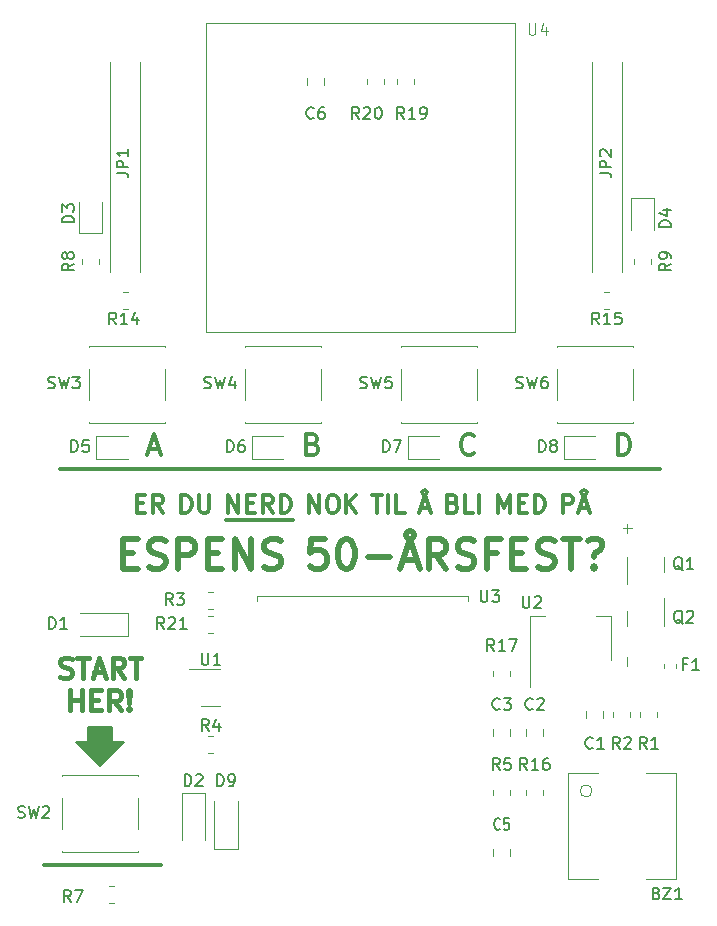
<source format=gbr>
%TF.GenerationSoftware,KiCad,Pcbnew,(7.0.0-0)*%
%TF.CreationDate,2023-11-13T22:50:32+01:00*%
%TF.ProjectId,ultimate-invitation-card,756c7469-6d61-4746-952d-696e76697461,rev?*%
%TF.SameCoordinates,Original*%
%TF.FileFunction,Legend,Top*%
%TF.FilePolarity,Positive*%
%FSLAX46Y46*%
G04 Gerber Fmt 4.6, Leading zero omitted, Abs format (unit mm)*
G04 Created by KiCad (PCBNEW (7.0.0-0)) date 2023-11-13 22:50:32*
%MOMM*%
%LPD*%
G01*
G04 APERTURE LIST*
%ADD10C,0.300000*%
%ADD11C,0.150000*%
%ADD12C,0.500000*%
%ADD13C,0.400000*%
%ADD14C,0.100000*%
%ADD15C,0.200000*%
%ADD16C,0.120000*%
G04 APERTURE END LIST*
D10*
X120142000Y-93472000D02*
X125857000Y-93472000D01*
X106143800Y-89219000D02*
X156943800Y-89219000D01*
D11*
G36*
X110490000Y-112268000D02*
G01*
X111506000Y-112268000D01*
X109474000Y-114300000D01*
X107442000Y-112268000D01*
X108458000Y-112268000D01*
X108458000Y-110998000D01*
X110490000Y-110998000D01*
X110490000Y-112268000D01*
G37*
X110490000Y-112268000D02*
X111506000Y-112268000D01*
X109474000Y-114300000D01*
X107442000Y-112268000D01*
X108458000Y-112268000D01*
X108458000Y-110998000D01*
X110490000Y-110998000D01*
X110490000Y-112268000D01*
D10*
X104746800Y-122682000D02*
X114652800Y-122682000D01*
D12*
X111484715Y-96317428D02*
X112318048Y-96317428D01*
X112675191Y-97626952D02*
X111484715Y-97626952D01*
X111484715Y-97626952D02*
X111484715Y-95126952D01*
X111484715Y-95126952D02*
X112675191Y-95126952D01*
X113627572Y-97507904D02*
X113984715Y-97626952D01*
X113984715Y-97626952D02*
X114579953Y-97626952D01*
X114579953Y-97626952D02*
X114818048Y-97507904D01*
X114818048Y-97507904D02*
X114937096Y-97388857D01*
X114937096Y-97388857D02*
X115056143Y-97150761D01*
X115056143Y-97150761D02*
X115056143Y-96912666D01*
X115056143Y-96912666D02*
X114937096Y-96674571D01*
X114937096Y-96674571D02*
X114818048Y-96555523D01*
X114818048Y-96555523D02*
X114579953Y-96436476D01*
X114579953Y-96436476D02*
X114103762Y-96317428D01*
X114103762Y-96317428D02*
X113865667Y-96198380D01*
X113865667Y-96198380D02*
X113746620Y-96079333D01*
X113746620Y-96079333D02*
X113627572Y-95841238D01*
X113627572Y-95841238D02*
X113627572Y-95603142D01*
X113627572Y-95603142D02*
X113746620Y-95365047D01*
X113746620Y-95365047D02*
X113865667Y-95246000D01*
X113865667Y-95246000D02*
X114103762Y-95126952D01*
X114103762Y-95126952D02*
X114699001Y-95126952D01*
X114699001Y-95126952D02*
X115056143Y-95246000D01*
X116127572Y-97626952D02*
X116127572Y-95126952D01*
X116127572Y-95126952D02*
X117079953Y-95126952D01*
X117079953Y-95126952D02*
X117318048Y-95246000D01*
X117318048Y-95246000D02*
X117437095Y-95365047D01*
X117437095Y-95365047D02*
X117556143Y-95603142D01*
X117556143Y-95603142D02*
X117556143Y-95960285D01*
X117556143Y-95960285D02*
X117437095Y-96198380D01*
X117437095Y-96198380D02*
X117318048Y-96317428D01*
X117318048Y-96317428D02*
X117079953Y-96436476D01*
X117079953Y-96436476D02*
X116127572Y-96436476D01*
X118627572Y-96317428D02*
X119460905Y-96317428D01*
X119818048Y-97626952D02*
X118627572Y-97626952D01*
X118627572Y-97626952D02*
X118627572Y-95126952D01*
X118627572Y-95126952D02*
X119818048Y-95126952D01*
X120889477Y-97626952D02*
X120889477Y-95126952D01*
X120889477Y-95126952D02*
X122318048Y-97626952D01*
X122318048Y-97626952D02*
X122318048Y-95126952D01*
X123389477Y-97507904D02*
X123746620Y-97626952D01*
X123746620Y-97626952D02*
X124341858Y-97626952D01*
X124341858Y-97626952D02*
X124579953Y-97507904D01*
X124579953Y-97507904D02*
X124699001Y-97388857D01*
X124699001Y-97388857D02*
X124818048Y-97150761D01*
X124818048Y-97150761D02*
X124818048Y-96912666D01*
X124818048Y-96912666D02*
X124699001Y-96674571D01*
X124699001Y-96674571D02*
X124579953Y-96555523D01*
X124579953Y-96555523D02*
X124341858Y-96436476D01*
X124341858Y-96436476D02*
X123865667Y-96317428D01*
X123865667Y-96317428D02*
X123627572Y-96198380D01*
X123627572Y-96198380D02*
X123508525Y-96079333D01*
X123508525Y-96079333D02*
X123389477Y-95841238D01*
X123389477Y-95841238D02*
X123389477Y-95603142D01*
X123389477Y-95603142D02*
X123508525Y-95365047D01*
X123508525Y-95365047D02*
X123627572Y-95246000D01*
X123627572Y-95246000D02*
X123865667Y-95126952D01*
X123865667Y-95126952D02*
X124460906Y-95126952D01*
X124460906Y-95126952D02*
X124818048Y-95246000D01*
X128579953Y-95126952D02*
X127389477Y-95126952D01*
X127389477Y-95126952D02*
X127270429Y-96317428D01*
X127270429Y-96317428D02*
X127389477Y-96198380D01*
X127389477Y-96198380D02*
X127627572Y-96079333D01*
X127627572Y-96079333D02*
X128222810Y-96079333D01*
X128222810Y-96079333D02*
X128460905Y-96198380D01*
X128460905Y-96198380D02*
X128579953Y-96317428D01*
X128579953Y-96317428D02*
X128699000Y-96555523D01*
X128699000Y-96555523D02*
X128699000Y-97150761D01*
X128699000Y-97150761D02*
X128579953Y-97388857D01*
X128579953Y-97388857D02*
X128460905Y-97507904D01*
X128460905Y-97507904D02*
X128222810Y-97626952D01*
X128222810Y-97626952D02*
X127627572Y-97626952D01*
X127627572Y-97626952D02*
X127389477Y-97507904D01*
X127389477Y-97507904D02*
X127270429Y-97388857D01*
X130246619Y-95126952D02*
X130484714Y-95126952D01*
X130484714Y-95126952D02*
X130722810Y-95246000D01*
X130722810Y-95246000D02*
X130841857Y-95365047D01*
X130841857Y-95365047D02*
X130960905Y-95603142D01*
X130960905Y-95603142D02*
X131079952Y-96079333D01*
X131079952Y-96079333D02*
X131079952Y-96674571D01*
X131079952Y-96674571D02*
X130960905Y-97150761D01*
X130960905Y-97150761D02*
X130841857Y-97388857D01*
X130841857Y-97388857D02*
X130722810Y-97507904D01*
X130722810Y-97507904D02*
X130484714Y-97626952D01*
X130484714Y-97626952D02*
X130246619Y-97626952D01*
X130246619Y-97626952D02*
X130008524Y-97507904D01*
X130008524Y-97507904D02*
X129889476Y-97388857D01*
X129889476Y-97388857D02*
X129770429Y-97150761D01*
X129770429Y-97150761D02*
X129651381Y-96674571D01*
X129651381Y-96674571D02*
X129651381Y-96079333D01*
X129651381Y-96079333D02*
X129770429Y-95603142D01*
X129770429Y-95603142D02*
X129889476Y-95365047D01*
X129889476Y-95365047D02*
X130008524Y-95246000D01*
X130008524Y-95246000D02*
X130246619Y-95126952D01*
X132151381Y-96674571D02*
X134056143Y-96674571D01*
X135127571Y-96912666D02*
X136318047Y-96912666D01*
X134889476Y-97626952D02*
X135722809Y-95126952D01*
X135722809Y-95126952D02*
X136556142Y-97626952D01*
X135722809Y-95126952D02*
X135484714Y-95007904D01*
X135484714Y-95007904D02*
X135365666Y-94769809D01*
X135365666Y-94769809D02*
X135484714Y-94531714D01*
X135484714Y-94531714D02*
X135722809Y-94412666D01*
X135722809Y-94412666D02*
X135960904Y-94531714D01*
X135960904Y-94531714D02*
X136079952Y-94769809D01*
X136079952Y-94769809D02*
X135960904Y-95007904D01*
X135960904Y-95007904D02*
X135722809Y-95126952D01*
X138818047Y-97626952D02*
X137984714Y-96436476D01*
X137389476Y-97626952D02*
X137389476Y-95126952D01*
X137389476Y-95126952D02*
X138341857Y-95126952D01*
X138341857Y-95126952D02*
X138579952Y-95246000D01*
X138579952Y-95246000D02*
X138698999Y-95365047D01*
X138698999Y-95365047D02*
X138818047Y-95603142D01*
X138818047Y-95603142D02*
X138818047Y-95960285D01*
X138818047Y-95960285D02*
X138698999Y-96198380D01*
X138698999Y-96198380D02*
X138579952Y-96317428D01*
X138579952Y-96317428D02*
X138341857Y-96436476D01*
X138341857Y-96436476D02*
X137389476Y-96436476D01*
X139770428Y-97507904D02*
X140127571Y-97626952D01*
X140127571Y-97626952D02*
X140722809Y-97626952D01*
X140722809Y-97626952D02*
X140960904Y-97507904D01*
X140960904Y-97507904D02*
X141079952Y-97388857D01*
X141079952Y-97388857D02*
X141198999Y-97150761D01*
X141198999Y-97150761D02*
X141198999Y-96912666D01*
X141198999Y-96912666D02*
X141079952Y-96674571D01*
X141079952Y-96674571D02*
X140960904Y-96555523D01*
X140960904Y-96555523D02*
X140722809Y-96436476D01*
X140722809Y-96436476D02*
X140246618Y-96317428D01*
X140246618Y-96317428D02*
X140008523Y-96198380D01*
X140008523Y-96198380D02*
X139889476Y-96079333D01*
X139889476Y-96079333D02*
X139770428Y-95841238D01*
X139770428Y-95841238D02*
X139770428Y-95603142D01*
X139770428Y-95603142D02*
X139889476Y-95365047D01*
X139889476Y-95365047D02*
X140008523Y-95246000D01*
X140008523Y-95246000D02*
X140246618Y-95126952D01*
X140246618Y-95126952D02*
X140841857Y-95126952D01*
X140841857Y-95126952D02*
X141198999Y-95246000D01*
X143103761Y-96317428D02*
X142270428Y-96317428D01*
X142270428Y-97626952D02*
X142270428Y-95126952D01*
X142270428Y-95126952D02*
X143460904Y-95126952D01*
X144413285Y-96317428D02*
X145246618Y-96317428D01*
X145603761Y-97626952D02*
X144413285Y-97626952D01*
X144413285Y-97626952D02*
X144413285Y-95126952D01*
X144413285Y-95126952D02*
X145603761Y-95126952D01*
X146556142Y-97507904D02*
X146913285Y-97626952D01*
X146913285Y-97626952D02*
X147508523Y-97626952D01*
X147508523Y-97626952D02*
X147746618Y-97507904D01*
X147746618Y-97507904D02*
X147865666Y-97388857D01*
X147865666Y-97388857D02*
X147984713Y-97150761D01*
X147984713Y-97150761D02*
X147984713Y-96912666D01*
X147984713Y-96912666D02*
X147865666Y-96674571D01*
X147865666Y-96674571D02*
X147746618Y-96555523D01*
X147746618Y-96555523D02*
X147508523Y-96436476D01*
X147508523Y-96436476D02*
X147032332Y-96317428D01*
X147032332Y-96317428D02*
X146794237Y-96198380D01*
X146794237Y-96198380D02*
X146675190Y-96079333D01*
X146675190Y-96079333D02*
X146556142Y-95841238D01*
X146556142Y-95841238D02*
X146556142Y-95603142D01*
X146556142Y-95603142D02*
X146675190Y-95365047D01*
X146675190Y-95365047D02*
X146794237Y-95246000D01*
X146794237Y-95246000D02*
X147032332Y-95126952D01*
X147032332Y-95126952D02*
X147627571Y-95126952D01*
X147627571Y-95126952D02*
X147984713Y-95246000D01*
X148698999Y-95126952D02*
X150127570Y-95126952D01*
X149413284Y-97626952D02*
X149413284Y-95126952D01*
X151318046Y-97388857D02*
X151437094Y-97507904D01*
X151437094Y-97507904D02*
X151318046Y-97626952D01*
X151318046Y-97626952D02*
X151198999Y-97507904D01*
X151198999Y-97507904D02*
X151318046Y-97388857D01*
X151318046Y-97388857D02*
X151318046Y-97626952D01*
X150841856Y-95246000D02*
X151079951Y-95126952D01*
X151079951Y-95126952D02*
X151675189Y-95126952D01*
X151675189Y-95126952D02*
X151913285Y-95246000D01*
X151913285Y-95246000D02*
X152032332Y-95484095D01*
X152032332Y-95484095D02*
X152032332Y-95722190D01*
X152032332Y-95722190D02*
X151913285Y-95960285D01*
X151913285Y-95960285D02*
X151794237Y-96079333D01*
X151794237Y-96079333D02*
X151556142Y-96198380D01*
X151556142Y-96198380D02*
X151437094Y-96317428D01*
X151437094Y-96317428D02*
X151318046Y-96555523D01*
X151318046Y-96555523D02*
X151318046Y-96674571D01*
D10*
X153336571Y-88000285D02*
X153336571Y-86200285D01*
X153336571Y-86200285D02*
X153765142Y-86200285D01*
X153765142Y-86200285D02*
X154022285Y-86286000D01*
X154022285Y-86286000D02*
X154193714Y-86457428D01*
X154193714Y-86457428D02*
X154279428Y-86628857D01*
X154279428Y-86628857D02*
X154365142Y-86971714D01*
X154365142Y-86971714D02*
X154365142Y-87228857D01*
X154365142Y-87228857D02*
X154279428Y-87571714D01*
X154279428Y-87571714D02*
X154193714Y-87743142D01*
X154193714Y-87743142D02*
X154022285Y-87914571D01*
X154022285Y-87914571D02*
X153765142Y-88000285D01*
X153765142Y-88000285D02*
X153336571Y-88000285D01*
X127520571Y-87057428D02*
X127777714Y-87143142D01*
X127777714Y-87143142D02*
X127863428Y-87228857D01*
X127863428Y-87228857D02*
X127949142Y-87400285D01*
X127949142Y-87400285D02*
X127949142Y-87657428D01*
X127949142Y-87657428D02*
X127863428Y-87828857D01*
X127863428Y-87828857D02*
X127777714Y-87914571D01*
X127777714Y-87914571D02*
X127606285Y-88000285D01*
X127606285Y-88000285D02*
X126920571Y-88000285D01*
X126920571Y-88000285D02*
X126920571Y-86200285D01*
X126920571Y-86200285D02*
X127520571Y-86200285D01*
X127520571Y-86200285D02*
X127692000Y-86286000D01*
X127692000Y-86286000D02*
X127777714Y-86371714D01*
X127777714Y-86371714D02*
X127863428Y-86543142D01*
X127863428Y-86543142D02*
X127863428Y-86714571D01*
X127863428Y-86714571D02*
X127777714Y-86886000D01*
X127777714Y-86886000D02*
X127692000Y-86971714D01*
X127692000Y-86971714D02*
X127520571Y-87057428D01*
X127520571Y-87057428D02*
X126920571Y-87057428D01*
X141157142Y-87828857D02*
X141071428Y-87914571D01*
X141071428Y-87914571D02*
X140814285Y-88000285D01*
X140814285Y-88000285D02*
X140642857Y-88000285D01*
X140642857Y-88000285D02*
X140385714Y-87914571D01*
X140385714Y-87914571D02*
X140214285Y-87743142D01*
X140214285Y-87743142D02*
X140128571Y-87571714D01*
X140128571Y-87571714D02*
X140042857Y-87228857D01*
X140042857Y-87228857D02*
X140042857Y-86971714D01*
X140042857Y-86971714D02*
X140128571Y-86628857D01*
X140128571Y-86628857D02*
X140214285Y-86457428D01*
X140214285Y-86457428D02*
X140385714Y-86286000D01*
X140385714Y-86286000D02*
X140642857Y-86200285D01*
X140642857Y-86200285D02*
X140814285Y-86200285D01*
X140814285Y-86200285D02*
X141071428Y-86286000D01*
X141071428Y-86286000D02*
X141157142Y-86371714D01*
X112634712Y-92105857D02*
X113134712Y-92105857D01*
X113348998Y-92891571D02*
X112634712Y-92891571D01*
X112634712Y-92891571D02*
X112634712Y-91391571D01*
X112634712Y-91391571D02*
X113348998Y-91391571D01*
X114848998Y-92891571D02*
X114348998Y-92177285D01*
X113991855Y-92891571D02*
X113991855Y-91391571D01*
X113991855Y-91391571D02*
X114563284Y-91391571D01*
X114563284Y-91391571D02*
X114706141Y-91463000D01*
X114706141Y-91463000D02*
X114777570Y-91534428D01*
X114777570Y-91534428D02*
X114848998Y-91677285D01*
X114848998Y-91677285D02*
X114848998Y-91891571D01*
X114848998Y-91891571D02*
X114777570Y-92034428D01*
X114777570Y-92034428D02*
X114706141Y-92105857D01*
X114706141Y-92105857D02*
X114563284Y-92177285D01*
X114563284Y-92177285D02*
X113991855Y-92177285D01*
X116391855Y-92891571D02*
X116391855Y-91391571D01*
X116391855Y-91391571D02*
X116748998Y-91391571D01*
X116748998Y-91391571D02*
X116963284Y-91463000D01*
X116963284Y-91463000D02*
X117106141Y-91605857D01*
X117106141Y-91605857D02*
X117177570Y-91748714D01*
X117177570Y-91748714D02*
X117248998Y-92034428D01*
X117248998Y-92034428D02*
X117248998Y-92248714D01*
X117248998Y-92248714D02*
X117177570Y-92534428D01*
X117177570Y-92534428D02*
X117106141Y-92677285D01*
X117106141Y-92677285D02*
X116963284Y-92820142D01*
X116963284Y-92820142D02*
X116748998Y-92891571D01*
X116748998Y-92891571D02*
X116391855Y-92891571D01*
X117891855Y-91391571D02*
X117891855Y-92605857D01*
X117891855Y-92605857D02*
X117963284Y-92748714D01*
X117963284Y-92748714D02*
X118034713Y-92820142D01*
X118034713Y-92820142D02*
X118177570Y-92891571D01*
X118177570Y-92891571D02*
X118463284Y-92891571D01*
X118463284Y-92891571D02*
X118606141Y-92820142D01*
X118606141Y-92820142D02*
X118677570Y-92748714D01*
X118677570Y-92748714D02*
X118748998Y-92605857D01*
X118748998Y-92605857D02*
X118748998Y-91391571D01*
X120363284Y-92891571D02*
X120363284Y-91391571D01*
X120363284Y-91391571D02*
X121220427Y-92891571D01*
X121220427Y-92891571D02*
X121220427Y-91391571D01*
X121934713Y-92105857D02*
X122434713Y-92105857D01*
X122648999Y-92891571D02*
X121934713Y-92891571D01*
X121934713Y-92891571D02*
X121934713Y-91391571D01*
X121934713Y-91391571D02*
X122648999Y-91391571D01*
X124148999Y-92891571D02*
X123648999Y-92177285D01*
X123291856Y-92891571D02*
X123291856Y-91391571D01*
X123291856Y-91391571D02*
X123863285Y-91391571D01*
X123863285Y-91391571D02*
X124006142Y-91463000D01*
X124006142Y-91463000D02*
X124077571Y-91534428D01*
X124077571Y-91534428D02*
X124148999Y-91677285D01*
X124148999Y-91677285D02*
X124148999Y-91891571D01*
X124148999Y-91891571D02*
X124077571Y-92034428D01*
X124077571Y-92034428D02*
X124006142Y-92105857D01*
X124006142Y-92105857D02*
X123863285Y-92177285D01*
X123863285Y-92177285D02*
X123291856Y-92177285D01*
X124791856Y-92891571D02*
X124791856Y-91391571D01*
X124791856Y-91391571D02*
X125148999Y-91391571D01*
X125148999Y-91391571D02*
X125363285Y-91463000D01*
X125363285Y-91463000D02*
X125506142Y-91605857D01*
X125506142Y-91605857D02*
X125577571Y-91748714D01*
X125577571Y-91748714D02*
X125648999Y-92034428D01*
X125648999Y-92034428D02*
X125648999Y-92248714D01*
X125648999Y-92248714D02*
X125577571Y-92534428D01*
X125577571Y-92534428D02*
X125506142Y-92677285D01*
X125506142Y-92677285D02*
X125363285Y-92820142D01*
X125363285Y-92820142D02*
X125148999Y-92891571D01*
X125148999Y-92891571D02*
X124791856Y-92891571D01*
X127191856Y-92891571D02*
X127191856Y-91391571D01*
X127191856Y-91391571D02*
X128048999Y-92891571D01*
X128048999Y-92891571D02*
X128048999Y-91391571D01*
X129049000Y-91391571D02*
X129334714Y-91391571D01*
X129334714Y-91391571D02*
X129477571Y-91463000D01*
X129477571Y-91463000D02*
X129620428Y-91605857D01*
X129620428Y-91605857D02*
X129691857Y-91891571D01*
X129691857Y-91891571D02*
X129691857Y-92391571D01*
X129691857Y-92391571D02*
X129620428Y-92677285D01*
X129620428Y-92677285D02*
X129477571Y-92820142D01*
X129477571Y-92820142D02*
X129334714Y-92891571D01*
X129334714Y-92891571D02*
X129049000Y-92891571D01*
X129049000Y-92891571D02*
X128906143Y-92820142D01*
X128906143Y-92820142D02*
X128763285Y-92677285D01*
X128763285Y-92677285D02*
X128691857Y-92391571D01*
X128691857Y-92391571D02*
X128691857Y-91891571D01*
X128691857Y-91891571D02*
X128763285Y-91605857D01*
X128763285Y-91605857D02*
X128906143Y-91463000D01*
X128906143Y-91463000D02*
X129049000Y-91391571D01*
X130334714Y-92891571D02*
X130334714Y-91391571D01*
X131191857Y-92891571D02*
X130549000Y-92034428D01*
X131191857Y-91391571D02*
X130334714Y-92248714D01*
X132520429Y-91391571D02*
X133377572Y-91391571D01*
X132949000Y-92891571D02*
X132949000Y-91391571D01*
X133877571Y-92891571D02*
X133877571Y-91391571D01*
X135306143Y-92891571D02*
X134591857Y-92891571D01*
X134591857Y-92891571D02*
X134591857Y-91391571D01*
X136634715Y-92463000D02*
X137349001Y-92463000D01*
X136491858Y-92891571D02*
X136991858Y-91391571D01*
X136991858Y-91391571D02*
X137491858Y-92891571D01*
X136991858Y-91391571D02*
X136849001Y-91320142D01*
X136849001Y-91320142D02*
X136777572Y-91177285D01*
X136777572Y-91177285D02*
X136849001Y-91034428D01*
X136849001Y-91034428D02*
X136991858Y-90963000D01*
X136991858Y-90963000D02*
X137134715Y-91034428D01*
X137134715Y-91034428D02*
X137206143Y-91177285D01*
X137206143Y-91177285D02*
X137134715Y-91320142D01*
X137134715Y-91320142D02*
X136991858Y-91391571D01*
X139391857Y-92105857D02*
X139606143Y-92177285D01*
X139606143Y-92177285D02*
X139677572Y-92248714D01*
X139677572Y-92248714D02*
X139749000Y-92391571D01*
X139749000Y-92391571D02*
X139749000Y-92605857D01*
X139749000Y-92605857D02*
X139677572Y-92748714D01*
X139677572Y-92748714D02*
X139606143Y-92820142D01*
X139606143Y-92820142D02*
X139463286Y-92891571D01*
X139463286Y-92891571D02*
X138891857Y-92891571D01*
X138891857Y-92891571D02*
X138891857Y-91391571D01*
X138891857Y-91391571D02*
X139391857Y-91391571D01*
X139391857Y-91391571D02*
X139534715Y-91463000D01*
X139534715Y-91463000D02*
X139606143Y-91534428D01*
X139606143Y-91534428D02*
X139677572Y-91677285D01*
X139677572Y-91677285D02*
X139677572Y-91820142D01*
X139677572Y-91820142D02*
X139606143Y-91963000D01*
X139606143Y-91963000D02*
X139534715Y-92034428D01*
X139534715Y-92034428D02*
X139391857Y-92105857D01*
X139391857Y-92105857D02*
X138891857Y-92105857D01*
X141106143Y-92891571D02*
X140391857Y-92891571D01*
X140391857Y-92891571D02*
X140391857Y-91391571D01*
X141606143Y-92891571D02*
X141606143Y-91391571D01*
X143220429Y-92891571D02*
X143220429Y-91391571D01*
X143220429Y-91391571D02*
X143720429Y-92463000D01*
X143720429Y-92463000D02*
X144220429Y-91391571D01*
X144220429Y-91391571D02*
X144220429Y-92891571D01*
X144934715Y-92105857D02*
X145434715Y-92105857D01*
X145649001Y-92891571D02*
X144934715Y-92891571D01*
X144934715Y-92891571D02*
X144934715Y-91391571D01*
X144934715Y-91391571D02*
X145649001Y-91391571D01*
X146291858Y-92891571D02*
X146291858Y-91391571D01*
X146291858Y-91391571D02*
X146649001Y-91391571D01*
X146649001Y-91391571D02*
X146863287Y-91463000D01*
X146863287Y-91463000D02*
X147006144Y-91605857D01*
X147006144Y-91605857D02*
X147077573Y-91748714D01*
X147077573Y-91748714D02*
X147149001Y-92034428D01*
X147149001Y-92034428D02*
X147149001Y-92248714D01*
X147149001Y-92248714D02*
X147077573Y-92534428D01*
X147077573Y-92534428D02*
X147006144Y-92677285D01*
X147006144Y-92677285D02*
X146863287Y-92820142D01*
X146863287Y-92820142D02*
X146649001Y-92891571D01*
X146649001Y-92891571D02*
X146291858Y-92891571D01*
X148691858Y-92891571D02*
X148691858Y-91391571D01*
X148691858Y-91391571D02*
X149263287Y-91391571D01*
X149263287Y-91391571D02*
X149406144Y-91463000D01*
X149406144Y-91463000D02*
X149477573Y-91534428D01*
X149477573Y-91534428D02*
X149549001Y-91677285D01*
X149549001Y-91677285D02*
X149549001Y-91891571D01*
X149549001Y-91891571D02*
X149477573Y-92034428D01*
X149477573Y-92034428D02*
X149406144Y-92105857D01*
X149406144Y-92105857D02*
X149263287Y-92177285D01*
X149263287Y-92177285D02*
X148691858Y-92177285D01*
X150120430Y-92463000D02*
X150834716Y-92463000D01*
X149977573Y-92891571D02*
X150477573Y-91391571D01*
X150477573Y-91391571D02*
X150977573Y-92891571D01*
X150477573Y-91391571D02*
X150334716Y-91320142D01*
X150334716Y-91320142D02*
X150263287Y-91177285D01*
X150263287Y-91177285D02*
X150334716Y-91034428D01*
X150334716Y-91034428D02*
X150477573Y-90963000D01*
X150477573Y-90963000D02*
X150620430Y-91034428D01*
X150620430Y-91034428D02*
X150691858Y-91177285D01*
X150691858Y-91177285D02*
X150620430Y-91320142D01*
X150620430Y-91320142D02*
X150477573Y-91391571D01*
X113626857Y-87486000D02*
X114484000Y-87486000D01*
X113455428Y-88000285D02*
X114055428Y-86200285D01*
X114055428Y-86200285D02*
X114655428Y-88000285D01*
D13*
X106114476Y-106777096D02*
X106357333Y-106858048D01*
X106357333Y-106858048D02*
X106762095Y-106858048D01*
X106762095Y-106858048D02*
X106924000Y-106777096D01*
X106924000Y-106777096D02*
X107004952Y-106696143D01*
X107004952Y-106696143D02*
X107085905Y-106534239D01*
X107085905Y-106534239D02*
X107085905Y-106372334D01*
X107085905Y-106372334D02*
X107004952Y-106210429D01*
X107004952Y-106210429D02*
X106924000Y-106129477D01*
X106924000Y-106129477D02*
X106762095Y-106048524D01*
X106762095Y-106048524D02*
X106438286Y-105967572D01*
X106438286Y-105967572D02*
X106276381Y-105886620D01*
X106276381Y-105886620D02*
X106195428Y-105805667D01*
X106195428Y-105805667D02*
X106114476Y-105643762D01*
X106114476Y-105643762D02*
X106114476Y-105481858D01*
X106114476Y-105481858D02*
X106195428Y-105319953D01*
X106195428Y-105319953D02*
X106276381Y-105239001D01*
X106276381Y-105239001D02*
X106438286Y-105158048D01*
X106438286Y-105158048D02*
X106843047Y-105158048D01*
X106843047Y-105158048D02*
X107085905Y-105239001D01*
X107571619Y-105158048D02*
X108543048Y-105158048D01*
X108057334Y-106858048D02*
X108057334Y-105158048D01*
X109028762Y-106372334D02*
X109838286Y-106372334D01*
X108866857Y-106858048D02*
X109433524Y-105158048D01*
X109433524Y-105158048D02*
X110000191Y-106858048D01*
X111538286Y-106858048D02*
X110971619Y-106048524D01*
X110566857Y-106858048D02*
X110566857Y-105158048D01*
X110566857Y-105158048D02*
X111214476Y-105158048D01*
X111214476Y-105158048D02*
X111376381Y-105239001D01*
X111376381Y-105239001D02*
X111457334Y-105319953D01*
X111457334Y-105319953D02*
X111538286Y-105481858D01*
X111538286Y-105481858D02*
X111538286Y-105724715D01*
X111538286Y-105724715D02*
X111457334Y-105886620D01*
X111457334Y-105886620D02*
X111376381Y-105967572D01*
X111376381Y-105967572D02*
X111214476Y-106048524D01*
X111214476Y-106048524D02*
X110566857Y-106048524D01*
X112024000Y-105158048D02*
X112995429Y-105158048D01*
X112509715Y-106858048D02*
X112509715Y-105158048D01*
X106964476Y-109612048D02*
X106964476Y-107912048D01*
X106964476Y-108721572D02*
X107935905Y-108721572D01*
X107935905Y-109612048D02*
X107935905Y-107912048D01*
X108745428Y-108721572D02*
X109312095Y-108721572D01*
X109554952Y-109612048D02*
X108745428Y-109612048D01*
X108745428Y-109612048D02*
X108745428Y-107912048D01*
X108745428Y-107912048D02*
X109554952Y-107912048D01*
X111254952Y-109612048D02*
X110688285Y-108802524D01*
X110283523Y-109612048D02*
X110283523Y-107912048D01*
X110283523Y-107912048D02*
X110931142Y-107912048D01*
X110931142Y-107912048D02*
X111093047Y-107993001D01*
X111093047Y-107993001D02*
X111174000Y-108073953D01*
X111174000Y-108073953D02*
X111254952Y-108235858D01*
X111254952Y-108235858D02*
X111254952Y-108478715D01*
X111254952Y-108478715D02*
X111174000Y-108640620D01*
X111174000Y-108640620D02*
X111093047Y-108721572D01*
X111093047Y-108721572D02*
X110931142Y-108802524D01*
X110931142Y-108802524D02*
X110283523Y-108802524D01*
X111983523Y-109450143D02*
X112064476Y-109531096D01*
X112064476Y-109531096D02*
X111983523Y-109612048D01*
X111983523Y-109612048D02*
X111902571Y-109531096D01*
X111902571Y-109531096D02*
X111983523Y-109450143D01*
X111983523Y-109450143D02*
X111983523Y-109612048D01*
X111983523Y-108964429D02*
X111902571Y-107993001D01*
X111902571Y-107993001D02*
X111983523Y-107912048D01*
X111983523Y-107912048D02*
X112064476Y-107993001D01*
X112064476Y-107993001D02*
X111983523Y-108964429D01*
X111983523Y-108964429D02*
X111983523Y-107912048D01*
D11*
%TO.C,R15*%
X151757142Y-76947380D02*
X151423809Y-76471190D01*
X151185714Y-76947380D02*
X151185714Y-75947380D01*
X151185714Y-75947380D02*
X151566666Y-75947380D01*
X151566666Y-75947380D02*
X151661904Y-75995000D01*
X151661904Y-75995000D02*
X151709523Y-76042619D01*
X151709523Y-76042619D02*
X151757142Y-76137857D01*
X151757142Y-76137857D02*
X151757142Y-76280714D01*
X151757142Y-76280714D02*
X151709523Y-76375952D01*
X151709523Y-76375952D02*
X151661904Y-76423571D01*
X151661904Y-76423571D02*
X151566666Y-76471190D01*
X151566666Y-76471190D02*
X151185714Y-76471190D01*
X152709523Y-76947380D02*
X152138095Y-76947380D01*
X152423809Y-76947380D02*
X152423809Y-75947380D01*
X152423809Y-75947380D02*
X152328571Y-76090238D01*
X152328571Y-76090238D02*
X152233333Y-76185476D01*
X152233333Y-76185476D02*
X152138095Y-76233095D01*
X153614285Y-75947380D02*
X153138095Y-75947380D01*
X153138095Y-75947380D02*
X153090476Y-76423571D01*
X153090476Y-76423571D02*
X153138095Y-76375952D01*
X153138095Y-76375952D02*
X153233333Y-76328333D01*
X153233333Y-76328333D02*
X153471428Y-76328333D01*
X153471428Y-76328333D02*
X153566666Y-76375952D01*
X153566666Y-76375952D02*
X153614285Y-76423571D01*
X153614285Y-76423571D02*
X153661904Y-76518809D01*
X153661904Y-76518809D02*
X153661904Y-76756904D01*
X153661904Y-76756904D02*
X153614285Y-76852142D01*
X153614285Y-76852142D02*
X153566666Y-76899761D01*
X153566666Y-76899761D02*
X153471428Y-76947380D01*
X153471428Y-76947380D02*
X153233333Y-76947380D01*
X153233333Y-76947380D02*
X153138095Y-76899761D01*
X153138095Y-76899761D02*
X153090476Y-76852142D01*
%TO.C,D7*%
X133450105Y-87743380D02*
X133450105Y-86743380D01*
X133450105Y-86743380D02*
X133688200Y-86743380D01*
X133688200Y-86743380D02*
X133831057Y-86791000D01*
X133831057Y-86791000D02*
X133926295Y-86886238D01*
X133926295Y-86886238D02*
X133973914Y-86981476D01*
X133973914Y-86981476D02*
X134021533Y-87171952D01*
X134021533Y-87171952D02*
X134021533Y-87314809D01*
X134021533Y-87314809D02*
X133973914Y-87505285D01*
X133973914Y-87505285D02*
X133926295Y-87600523D01*
X133926295Y-87600523D02*
X133831057Y-87695761D01*
X133831057Y-87695761D02*
X133688200Y-87743380D01*
X133688200Y-87743380D02*
X133450105Y-87743380D01*
X134354867Y-86743380D02*
X135021533Y-86743380D01*
X135021533Y-86743380D02*
X134592962Y-87743380D01*
%TO.C,R14*%
X110863142Y-76948380D02*
X110529809Y-76472190D01*
X110291714Y-76948380D02*
X110291714Y-75948380D01*
X110291714Y-75948380D02*
X110672666Y-75948380D01*
X110672666Y-75948380D02*
X110767904Y-75996000D01*
X110767904Y-75996000D02*
X110815523Y-76043619D01*
X110815523Y-76043619D02*
X110863142Y-76138857D01*
X110863142Y-76138857D02*
X110863142Y-76281714D01*
X110863142Y-76281714D02*
X110815523Y-76376952D01*
X110815523Y-76376952D02*
X110767904Y-76424571D01*
X110767904Y-76424571D02*
X110672666Y-76472190D01*
X110672666Y-76472190D02*
X110291714Y-76472190D01*
X111815523Y-76948380D02*
X111244095Y-76948380D01*
X111529809Y-76948380D02*
X111529809Y-75948380D01*
X111529809Y-75948380D02*
X111434571Y-76091238D01*
X111434571Y-76091238D02*
X111339333Y-76186476D01*
X111339333Y-76186476D02*
X111244095Y-76234095D01*
X112672666Y-76281714D02*
X112672666Y-76948380D01*
X112434571Y-75900761D02*
X112196476Y-76615047D01*
X112196476Y-76615047D02*
X112815523Y-76615047D01*
%TO.C,R16*%
X145661142Y-114667380D02*
X145327809Y-114191190D01*
X145089714Y-114667380D02*
X145089714Y-113667380D01*
X145089714Y-113667380D02*
X145470666Y-113667380D01*
X145470666Y-113667380D02*
X145565904Y-113715000D01*
X145565904Y-113715000D02*
X145613523Y-113762619D01*
X145613523Y-113762619D02*
X145661142Y-113857857D01*
X145661142Y-113857857D02*
X145661142Y-114000714D01*
X145661142Y-114000714D02*
X145613523Y-114095952D01*
X145613523Y-114095952D02*
X145565904Y-114143571D01*
X145565904Y-114143571D02*
X145470666Y-114191190D01*
X145470666Y-114191190D02*
X145089714Y-114191190D01*
X146613523Y-114667380D02*
X146042095Y-114667380D01*
X146327809Y-114667380D02*
X146327809Y-113667380D01*
X146327809Y-113667380D02*
X146232571Y-113810238D01*
X146232571Y-113810238D02*
X146137333Y-113905476D01*
X146137333Y-113905476D02*
X146042095Y-113953095D01*
X147470666Y-113667380D02*
X147280190Y-113667380D01*
X147280190Y-113667380D02*
X147184952Y-113715000D01*
X147184952Y-113715000D02*
X147137333Y-113762619D01*
X147137333Y-113762619D02*
X147042095Y-113905476D01*
X147042095Y-113905476D02*
X146994476Y-114095952D01*
X146994476Y-114095952D02*
X146994476Y-114476904D01*
X146994476Y-114476904D02*
X147042095Y-114572142D01*
X147042095Y-114572142D02*
X147089714Y-114619761D01*
X147089714Y-114619761D02*
X147184952Y-114667380D01*
X147184952Y-114667380D02*
X147375428Y-114667380D01*
X147375428Y-114667380D02*
X147470666Y-114619761D01*
X147470666Y-114619761D02*
X147518285Y-114572142D01*
X147518285Y-114572142D02*
X147565904Y-114476904D01*
X147565904Y-114476904D02*
X147565904Y-114238809D01*
X147565904Y-114238809D02*
X147518285Y-114143571D01*
X147518285Y-114143571D02*
X147470666Y-114095952D01*
X147470666Y-114095952D02*
X147375428Y-114048333D01*
X147375428Y-114048333D02*
X147184952Y-114048333D01*
X147184952Y-114048333D02*
X147089714Y-114095952D01*
X147089714Y-114095952D02*
X147042095Y-114143571D01*
X147042095Y-114143571D02*
X146994476Y-114238809D01*
%TO.C,D6*%
X120242105Y-87743380D02*
X120242105Y-86743380D01*
X120242105Y-86743380D02*
X120480200Y-86743380D01*
X120480200Y-86743380D02*
X120623057Y-86791000D01*
X120623057Y-86791000D02*
X120718295Y-86886238D01*
X120718295Y-86886238D02*
X120765914Y-86981476D01*
X120765914Y-86981476D02*
X120813533Y-87171952D01*
X120813533Y-87171952D02*
X120813533Y-87314809D01*
X120813533Y-87314809D02*
X120765914Y-87505285D01*
X120765914Y-87505285D02*
X120718295Y-87600523D01*
X120718295Y-87600523D02*
X120623057Y-87695761D01*
X120623057Y-87695761D02*
X120480200Y-87743380D01*
X120480200Y-87743380D02*
X120242105Y-87743380D01*
X121670676Y-86743380D02*
X121480200Y-86743380D01*
X121480200Y-86743380D02*
X121384962Y-86791000D01*
X121384962Y-86791000D02*
X121337343Y-86838619D01*
X121337343Y-86838619D02*
X121242105Y-86981476D01*
X121242105Y-86981476D02*
X121194486Y-87171952D01*
X121194486Y-87171952D02*
X121194486Y-87552904D01*
X121194486Y-87552904D02*
X121242105Y-87648142D01*
X121242105Y-87648142D02*
X121289724Y-87695761D01*
X121289724Y-87695761D02*
X121384962Y-87743380D01*
X121384962Y-87743380D02*
X121575438Y-87743380D01*
X121575438Y-87743380D02*
X121670676Y-87695761D01*
X121670676Y-87695761D02*
X121718295Y-87648142D01*
X121718295Y-87648142D02*
X121765914Y-87552904D01*
X121765914Y-87552904D02*
X121765914Y-87314809D01*
X121765914Y-87314809D02*
X121718295Y-87219571D01*
X121718295Y-87219571D02*
X121670676Y-87171952D01*
X121670676Y-87171952D02*
X121575438Y-87124333D01*
X121575438Y-87124333D02*
X121384962Y-87124333D01*
X121384962Y-87124333D02*
X121289724Y-87171952D01*
X121289724Y-87171952D02*
X121242105Y-87219571D01*
X121242105Y-87219571D02*
X121194486Y-87314809D01*
%TO.C,D3*%
X107301380Y-68302094D02*
X106301380Y-68302094D01*
X106301380Y-68302094D02*
X106301380Y-68063999D01*
X106301380Y-68063999D02*
X106349000Y-67921142D01*
X106349000Y-67921142D02*
X106444238Y-67825904D01*
X106444238Y-67825904D02*
X106539476Y-67778285D01*
X106539476Y-67778285D02*
X106729952Y-67730666D01*
X106729952Y-67730666D02*
X106872809Y-67730666D01*
X106872809Y-67730666D02*
X107063285Y-67778285D01*
X107063285Y-67778285D02*
X107158523Y-67825904D01*
X107158523Y-67825904D02*
X107253761Y-67921142D01*
X107253761Y-67921142D02*
X107301380Y-68063999D01*
X107301380Y-68063999D02*
X107301380Y-68302094D01*
X106301380Y-67397332D02*
X106301380Y-66778285D01*
X106301380Y-66778285D02*
X106682333Y-67111618D01*
X106682333Y-67111618D02*
X106682333Y-66968761D01*
X106682333Y-66968761D02*
X106729952Y-66873523D01*
X106729952Y-66873523D02*
X106777571Y-66825904D01*
X106777571Y-66825904D02*
X106872809Y-66778285D01*
X106872809Y-66778285D02*
X107110904Y-66778285D01*
X107110904Y-66778285D02*
X107206142Y-66825904D01*
X107206142Y-66825904D02*
X107253761Y-66873523D01*
X107253761Y-66873523D02*
X107301380Y-66968761D01*
X107301380Y-66968761D02*
X107301380Y-67254475D01*
X107301380Y-67254475D02*
X107253761Y-67349713D01*
X107253761Y-67349713D02*
X107206142Y-67397332D01*
D14*
%TO.C,U4*%
X145796095Y-51437380D02*
X145796095Y-52246904D01*
X145796095Y-52246904D02*
X145843714Y-52342142D01*
X145843714Y-52342142D02*
X145891333Y-52389761D01*
X145891333Y-52389761D02*
X145986571Y-52437380D01*
X145986571Y-52437380D02*
X146177047Y-52437380D01*
X146177047Y-52437380D02*
X146272285Y-52389761D01*
X146272285Y-52389761D02*
X146319904Y-52342142D01*
X146319904Y-52342142D02*
X146367523Y-52246904D01*
X146367523Y-52246904D02*
X146367523Y-51437380D01*
X147272285Y-51770714D02*
X147272285Y-52437380D01*
X147034190Y-51389761D02*
X146796095Y-52104047D01*
X146796095Y-52104047D02*
X147415142Y-52104047D01*
D11*
%TO.C,D4*%
X157847380Y-68706594D02*
X156847380Y-68706594D01*
X156847380Y-68706594D02*
X156847380Y-68468499D01*
X156847380Y-68468499D02*
X156895000Y-68325642D01*
X156895000Y-68325642D02*
X156990238Y-68230404D01*
X156990238Y-68230404D02*
X157085476Y-68182785D01*
X157085476Y-68182785D02*
X157275952Y-68135166D01*
X157275952Y-68135166D02*
X157418809Y-68135166D01*
X157418809Y-68135166D02*
X157609285Y-68182785D01*
X157609285Y-68182785D02*
X157704523Y-68230404D01*
X157704523Y-68230404D02*
X157799761Y-68325642D01*
X157799761Y-68325642D02*
X157847380Y-68468499D01*
X157847380Y-68468499D02*
X157847380Y-68706594D01*
X157180714Y-67278023D02*
X157847380Y-67278023D01*
X156799761Y-67516118D02*
X157514047Y-67754213D01*
X157514047Y-67754213D02*
X157514047Y-67135166D01*
%TO.C,R5*%
X143343333Y-114667380D02*
X143010000Y-114191190D01*
X142771905Y-114667380D02*
X142771905Y-113667380D01*
X142771905Y-113667380D02*
X143152857Y-113667380D01*
X143152857Y-113667380D02*
X143248095Y-113715000D01*
X143248095Y-113715000D02*
X143295714Y-113762619D01*
X143295714Y-113762619D02*
X143343333Y-113857857D01*
X143343333Y-113857857D02*
X143343333Y-114000714D01*
X143343333Y-114000714D02*
X143295714Y-114095952D01*
X143295714Y-114095952D02*
X143248095Y-114143571D01*
X143248095Y-114143571D02*
X143152857Y-114191190D01*
X143152857Y-114191190D02*
X142771905Y-114191190D01*
X144248095Y-113667380D02*
X143771905Y-113667380D01*
X143771905Y-113667380D02*
X143724286Y-114143571D01*
X143724286Y-114143571D02*
X143771905Y-114095952D01*
X143771905Y-114095952D02*
X143867143Y-114048333D01*
X143867143Y-114048333D02*
X144105238Y-114048333D01*
X144105238Y-114048333D02*
X144200476Y-114095952D01*
X144200476Y-114095952D02*
X144248095Y-114143571D01*
X144248095Y-114143571D02*
X144295714Y-114238809D01*
X144295714Y-114238809D02*
X144295714Y-114476904D01*
X144295714Y-114476904D02*
X144248095Y-114572142D01*
X144248095Y-114572142D02*
X144200476Y-114619761D01*
X144200476Y-114619761D02*
X144105238Y-114667380D01*
X144105238Y-114667380D02*
X143867143Y-114667380D01*
X143867143Y-114667380D02*
X143771905Y-114619761D01*
X143771905Y-114619761D02*
X143724286Y-114572142D01*
%TO.C,R1*%
X155789333Y-112889380D02*
X155456000Y-112413190D01*
X155217905Y-112889380D02*
X155217905Y-111889380D01*
X155217905Y-111889380D02*
X155598857Y-111889380D01*
X155598857Y-111889380D02*
X155694095Y-111937000D01*
X155694095Y-111937000D02*
X155741714Y-111984619D01*
X155741714Y-111984619D02*
X155789333Y-112079857D01*
X155789333Y-112079857D02*
X155789333Y-112222714D01*
X155789333Y-112222714D02*
X155741714Y-112317952D01*
X155741714Y-112317952D02*
X155694095Y-112365571D01*
X155694095Y-112365571D02*
X155598857Y-112413190D01*
X155598857Y-112413190D02*
X155217905Y-112413190D01*
X156741714Y-112889380D02*
X156170286Y-112889380D01*
X156456000Y-112889380D02*
X156456000Y-111889380D01*
X156456000Y-111889380D02*
X156360762Y-112032238D01*
X156360762Y-112032238D02*
X156265524Y-112127476D01*
X156265524Y-112127476D02*
X156170286Y-112175095D01*
%TO.C,C2*%
X146137333Y-109492142D02*
X146089714Y-109539761D01*
X146089714Y-109539761D02*
X145946857Y-109587380D01*
X145946857Y-109587380D02*
X145851619Y-109587380D01*
X145851619Y-109587380D02*
X145708762Y-109539761D01*
X145708762Y-109539761D02*
X145613524Y-109444523D01*
X145613524Y-109444523D02*
X145565905Y-109349285D01*
X145565905Y-109349285D02*
X145518286Y-109158809D01*
X145518286Y-109158809D02*
X145518286Y-109015952D01*
X145518286Y-109015952D02*
X145565905Y-108825476D01*
X145565905Y-108825476D02*
X145613524Y-108730238D01*
X145613524Y-108730238D02*
X145708762Y-108635000D01*
X145708762Y-108635000D02*
X145851619Y-108587380D01*
X145851619Y-108587380D02*
X145946857Y-108587380D01*
X145946857Y-108587380D02*
X146089714Y-108635000D01*
X146089714Y-108635000D02*
X146137333Y-108682619D01*
X146518286Y-108682619D02*
X146565905Y-108635000D01*
X146565905Y-108635000D02*
X146661143Y-108587380D01*
X146661143Y-108587380D02*
X146899238Y-108587380D01*
X146899238Y-108587380D02*
X146994476Y-108635000D01*
X146994476Y-108635000D02*
X147042095Y-108682619D01*
X147042095Y-108682619D02*
X147089714Y-108777857D01*
X147089714Y-108777857D02*
X147089714Y-108873095D01*
X147089714Y-108873095D02*
X147042095Y-109015952D01*
X147042095Y-109015952D02*
X146470667Y-109587380D01*
X146470667Y-109587380D02*
X147089714Y-109587380D01*
%TO.C,F1*%
X159178666Y-105710771D02*
X158845333Y-105710771D01*
X158845333Y-106234580D02*
X158845333Y-105234580D01*
X158845333Y-105234580D02*
X159321523Y-105234580D01*
X160226285Y-106234580D02*
X159654857Y-106234580D01*
X159940571Y-106234580D02*
X159940571Y-105234580D01*
X159940571Y-105234580D02*
X159845333Y-105377438D01*
X159845333Y-105377438D02*
X159750095Y-105472676D01*
X159750095Y-105472676D02*
X159654857Y-105520295D01*
%TO.C,U3*%
X141732095Y-99443380D02*
X141732095Y-100252904D01*
X141732095Y-100252904D02*
X141779714Y-100348142D01*
X141779714Y-100348142D02*
X141827333Y-100395761D01*
X141827333Y-100395761D02*
X141922571Y-100443380D01*
X141922571Y-100443380D02*
X142113047Y-100443380D01*
X142113047Y-100443380D02*
X142208285Y-100395761D01*
X142208285Y-100395761D02*
X142255904Y-100348142D01*
X142255904Y-100348142D02*
X142303523Y-100252904D01*
X142303523Y-100252904D02*
X142303523Y-99443380D01*
X142684476Y-99443380D02*
X143303523Y-99443380D01*
X143303523Y-99443380D02*
X142970190Y-99824333D01*
X142970190Y-99824333D02*
X143113047Y-99824333D01*
X143113047Y-99824333D02*
X143208285Y-99871952D01*
X143208285Y-99871952D02*
X143255904Y-99919571D01*
X143255904Y-99919571D02*
X143303523Y-100014809D01*
X143303523Y-100014809D02*
X143303523Y-100252904D01*
X143303523Y-100252904D02*
X143255904Y-100348142D01*
X143255904Y-100348142D02*
X143208285Y-100395761D01*
X143208285Y-100395761D02*
X143113047Y-100443380D01*
X143113047Y-100443380D02*
X142827333Y-100443380D01*
X142827333Y-100443380D02*
X142732095Y-100395761D01*
X142732095Y-100395761D02*
X142684476Y-100348142D01*
%TO.C,D1*%
X105179905Y-102729380D02*
X105179905Y-101729380D01*
X105179905Y-101729380D02*
X105418000Y-101729380D01*
X105418000Y-101729380D02*
X105560857Y-101777000D01*
X105560857Y-101777000D02*
X105656095Y-101872238D01*
X105656095Y-101872238D02*
X105703714Y-101967476D01*
X105703714Y-101967476D02*
X105751333Y-102157952D01*
X105751333Y-102157952D02*
X105751333Y-102300809D01*
X105751333Y-102300809D02*
X105703714Y-102491285D01*
X105703714Y-102491285D02*
X105656095Y-102586523D01*
X105656095Y-102586523D02*
X105560857Y-102681761D01*
X105560857Y-102681761D02*
X105418000Y-102729380D01*
X105418000Y-102729380D02*
X105179905Y-102729380D01*
X106703714Y-102729380D02*
X106132286Y-102729380D01*
X106418000Y-102729380D02*
X106418000Y-101729380D01*
X106418000Y-101729380D02*
X106322762Y-101872238D01*
X106322762Y-101872238D02*
X106227524Y-101967476D01*
X106227524Y-101967476D02*
X106132286Y-102015095D01*
%TO.C,D5*%
X107059505Y-87743380D02*
X107059505Y-86743380D01*
X107059505Y-86743380D02*
X107297600Y-86743380D01*
X107297600Y-86743380D02*
X107440457Y-86791000D01*
X107440457Y-86791000D02*
X107535695Y-86886238D01*
X107535695Y-86886238D02*
X107583314Y-86981476D01*
X107583314Y-86981476D02*
X107630933Y-87171952D01*
X107630933Y-87171952D02*
X107630933Y-87314809D01*
X107630933Y-87314809D02*
X107583314Y-87505285D01*
X107583314Y-87505285D02*
X107535695Y-87600523D01*
X107535695Y-87600523D02*
X107440457Y-87695761D01*
X107440457Y-87695761D02*
X107297600Y-87743380D01*
X107297600Y-87743380D02*
X107059505Y-87743380D01*
X108535695Y-86743380D02*
X108059505Y-86743380D01*
X108059505Y-86743380D02*
X108011886Y-87219571D01*
X108011886Y-87219571D02*
X108059505Y-87171952D01*
X108059505Y-87171952D02*
X108154743Y-87124333D01*
X108154743Y-87124333D02*
X108392838Y-87124333D01*
X108392838Y-87124333D02*
X108488076Y-87171952D01*
X108488076Y-87171952D02*
X108535695Y-87219571D01*
X108535695Y-87219571D02*
X108583314Y-87314809D01*
X108583314Y-87314809D02*
X108583314Y-87552904D01*
X108583314Y-87552904D02*
X108535695Y-87648142D01*
X108535695Y-87648142D02*
X108488076Y-87695761D01*
X108488076Y-87695761D02*
X108392838Y-87743380D01*
X108392838Y-87743380D02*
X108154743Y-87743380D01*
X108154743Y-87743380D02*
X108059505Y-87695761D01*
X108059505Y-87695761D02*
X108011886Y-87648142D01*
%TO.C,D2*%
X116660705Y-116038980D02*
X116660705Y-115038980D01*
X116660705Y-115038980D02*
X116898800Y-115038980D01*
X116898800Y-115038980D02*
X117041657Y-115086600D01*
X117041657Y-115086600D02*
X117136895Y-115181838D01*
X117136895Y-115181838D02*
X117184514Y-115277076D01*
X117184514Y-115277076D02*
X117232133Y-115467552D01*
X117232133Y-115467552D02*
X117232133Y-115610409D01*
X117232133Y-115610409D02*
X117184514Y-115800885D01*
X117184514Y-115800885D02*
X117136895Y-115896123D01*
X117136895Y-115896123D02*
X117041657Y-115991361D01*
X117041657Y-115991361D02*
X116898800Y-116038980D01*
X116898800Y-116038980D02*
X116660705Y-116038980D01*
X117613086Y-115134219D02*
X117660705Y-115086600D01*
X117660705Y-115086600D02*
X117755943Y-115038980D01*
X117755943Y-115038980D02*
X117994038Y-115038980D01*
X117994038Y-115038980D02*
X118089276Y-115086600D01*
X118089276Y-115086600D02*
X118136895Y-115134219D01*
X118136895Y-115134219D02*
X118184514Y-115229457D01*
X118184514Y-115229457D02*
X118184514Y-115324695D01*
X118184514Y-115324695D02*
X118136895Y-115467552D01*
X118136895Y-115467552D02*
X117565467Y-116038980D01*
X117565467Y-116038980D02*
X118184514Y-116038980D01*
D15*
%TO.C,BZ1*%
X156624447Y-125116371D02*
X156767304Y-125163990D01*
X156767304Y-125163990D02*
X156814923Y-125211609D01*
X156814923Y-125211609D02*
X156862542Y-125306847D01*
X156862542Y-125306847D02*
X156862542Y-125449704D01*
X156862542Y-125449704D02*
X156814923Y-125544942D01*
X156814923Y-125544942D02*
X156767304Y-125592561D01*
X156767304Y-125592561D02*
X156672066Y-125640180D01*
X156672066Y-125640180D02*
X156291114Y-125640180D01*
X156291114Y-125640180D02*
X156291114Y-124640180D01*
X156291114Y-124640180D02*
X156624447Y-124640180D01*
X156624447Y-124640180D02*
X156719685Y-124687800D01*
X156719685Y-124687800D02*
X156767304Y-124735419D01*
X156767304Y-124735419D02*
X156814923Y-124830657D01*
X156814923Y-124830657D02*
X156814923Y-124925895D01*
X156814923Y-124925895D02*
X156767304Y-125021133D01*
X156767304Y-125021133D02*
X156719685Y-125068752D01*
X156719685Y-125068752D02*
X156624447Y-125116371D01*
X156624447Y-125116371D02*
X156291114Y-125116371D01*
X157195876Y-124640180D02*
X157862542Y-124640180D01*
X157862542Y-124640180D02*
X157195876Y-125640180D01*
X157195876Y-125640180D02*
X157862542Y-125640180D01*
X158767304Y-125640180D02*
X158195876Y-125640180D01*
X158481590Y-125640180D02*
X158481590Y-124640180D01*
X158481590Y-124640180D02*
X158386352Y-124783038D01*
X158386352Y-124783038D02*
X158291114Y-124878276D01*
X158291114Y-124878276D02*
X158195876Y-124925895D01*
D11*
%TO.C,JP1*%
X110898780Y-64130133D02*
X111613066Y-64130133D01*
X111613066Y-64130133D02*
X111755923Y-64177752D01*
X111755923Y-64177752D02*
X111851161Y-64272990D01*
X111851161Y-64272990D02*
X111898780Y-64415847D01*
X111898780Y-64415847D02*
X111898780Y-64511085D01*
X111898780Y-63653942D02*
X110898780Y-63653942D01*
X110898780Y-63653942D02*
X110898780Y-63272990D01*
X110898780Y-63272990D02*
X110946400Y-63177752D01*
X110946400Y-63177752D02*
X110994019Y-63130133D01*
X110994019Y-63130133D02*
X111089257Y-63082514D01*
X111089257Y-63082514D02*
X111232114Y-63082514D01*
X111232114Y-63082514D02*
X111327352Y-63130133D01*
X111327352Y-63130133D02*
X111374971Y-63177752D01*
X111374971Y-63177752D02*
X111422590Y-63272990D01*
X111422590Y-63272990D02*
X111422590Y-63653942D01*
X111898780Y-62130133D02*
X111898780Y-62701561D01*
X111898780Y-62415847D02*
X110898780Y-62415847D01*
X110898780Y-62415847D02*
X111041638Y-62511085D01*
X111041638Y-62511085D02*
X111136876Y-62606323D01*
X111136876Y-62606323D02*
X111184495Y-62701561D01*
%TO.C,R19*%
X135247142Y-59549380D02*
X134913809Y-59073190D01*
X134675714Y-59549380D02*
X134675714Y-58549380D01*
X134675714Y-58549380D02*
X135056666Y-58549380D01*
X135056666Y-58549380D02*
X135151904Y-58597000D01*
X135151904Y-58597000D02*
X135199523Y-58644619D01*
X135199523Y-58644619D02*
X135247142Y-58739857D01*
X135247142Y-58739857D02*
X135247142Y-58882714D01*
X135247142Y-58882714D02*
X135199523Y-58977952D01*
X135199523Y-58977952D02*
X135151904Y-59025571D01*
X135151904Y-59025571D02*
X135056666Y-59073190D01*
X135056666Y-59073190D02*
X134675714Y-59073190D01*
X136199523Y-59549380D02*
X135628095Y-59549380D01*
X135913809Y-59549380D02*
X135913809Y-58549380D01*
X135913809Y-58549380D02*
X135818571Y-58692238D01*
X135818571Y-58692238D02*
X135723333Y-58787476D01*
X135723333Y-58787476D02*
X135628095Y-58835095D01*
X136675714Y-59549380D02*
X136866190Y-59549380D01*
X136866190Y-59549380D02*
X136961428Y-59501761D01*
X136961428Y-59501761D02*
X137009047Y-59454142D01*
X137009047Y-59454142D02*
X137104285Y-59311285D01*
X137104285Y-59311285D02*
X137151904Y-59120809D01*
X137151904Y-59120809D02*
X137151904Y-58739857D01*
X137151904Y-58739857D02*
X137104285Y-58644619D01*
X137104285Y-58644619D02*
X137056666Y-58597000D01*
X137056666Y-58597000D02*
X136961428Y-58549380D01*
X136961428Y-58549380D02*
X136770952Y-58549380D01*
X136770952Y-58549380D02*
X136675714Y-58597000D01*
X136675714Y-58597000D02*
X136628095Y-58644619D01*
X136628095Y-58644619D02*
X136580476Y-58739857D01*
X136580476Y-58739857D02*
X136580476Y-58977952D01*
X136580476Y-58977952D02*
X136628095Y-59073190D01*
X136628095Y-59073190D02*
X136675714Y-59120809D01*
X136675714Y-59120809D02*
X136770952Y-59168428D01*
X136770952Y-59168428D02*
X136961428Y-59168428D01*
X136961428Y-59168428D02*
X137056666Y-59120809D01*
X137056666Y-59120809D02*
X137104285Y-59073190D01*
X137104285Y-59073190D02*
X137151904Y-58977952D01*
%TO.C,R7*%
X107021333Y-125843380D02*
X106688000Y-125367190D01*
X106449905Y-125843380D02*
X106449905Y-124843380D01*
X106449905Y-124843380D02*
X106830857Y-124843380D01*
X106830857Y-124843380D02*
X106926095Y-124891000D01*
X106926095Y-124891000D02*
X106973714Y-124938619D01*
X106973714Y-124938619D02*
X107021333Y-125033857D01*
X107021333Y-125033857D02*
X107021333Y-125176714D01*
X107021333Y-125176714D02*
X106973714Y-125271952D01*
X106973714Y-125271952D02*
X106926095Y-125319571D01*
X106926095Y-125319571D02*
X106830857Y-125367190D01*
X106830857Y-125367190D02*
X106449905Y-125367190D01*
X107354667Y-124843380D02*
X108021333Y-124843380D01*
X108021333Y-124843380D02*
X107592762Y-125843380D01*
%TO.C,R20*%
X131437142Y-59549380D02*
X131103809Y-59073190D01*
X130865714Y-59549380D02*
X130865714Y-58549380D01*
X130865714Y-58549380D02*
X131246666Y-58549380D01*
X131246666Y-58549380D02*
X131341904Y-58597000D01*
X131341904Y-58597000D02*
X131389523Y-58644619D01*
X131389523Y-58644619D02*
X131437142Y-58739857D01*
X131437142Y-58739857D02*
X131437142Y-58882714D01*
X131437142Y-58882714D02*
X131389523Y-58977952D01*
X131389523Y-58977952D02*
X131341904Y-59025571D01*
X131341904Y-59025571D02*
X131246666Y-59073190D01*
X131246666Y-59073190D02*
X130865714Y-59073190D01*
X131818095Y-58644619D02*
X131865714Y-58597000D01*
X131865714Y-58597000D02*
X131960952Y-58549380D01*
X131960952Y-58549380D02*
X132199047Y-58549380D01*
X132199047Y-58549380D02*
X132294285Y-58597000D01*
X132294285Y-58597000D02*
X132341904Y-58644619D01*
X132341904Y-58644619D02*
X132389523Y-58739857D01*
X132389523Y-58739857D02*
X132389523Y-58835095D01*
X132389523Y-58835095D02*
X132341904Y-58977952D01*
X132341904Y-58977952D02*
X131770476Y-59549380D01*
X131770476Y-59549380D02*
X132389523Y-59549380D01*
X133008571Y-58549380D02*
X133103809Y-58549380D01*
X133103809Y-58549380D02*
X133199047Y-58597000D01*
X133199047Y-58597000D02*
X133246666Y-58644619D01*
X133246666Y-58644619D02*
X133294285Y-58739857D01*
X133294285Y-58739857D02*
X133341904Y-58930333D01*
X133341904Y-58930333D02*
X133341904Y-59168428D01*
X133341904Y-59168428D02*
X133294285Y-59358904D01*
X133294285Y-59358904D02*
X133246666Y-59454142D01*
X133246666Y-59454142D02*
X133199047Y-59501761D01*
X133199047Y-59501761D02*
X133103809Y-59549380D01*
X133103809Y-59549380D02*
X133008571Y-59549380D01*
X133008571Y-59549380D02*
X132913333Y-59501761D01*
X132913333Y-59501761D02*
X132865714Y-59454142D01*
X132865714Y-59454142D02*
X132818095Y-59358904D01*
X132818095Y-59358904D02*
X132770476Y-59168428D01*
X132770476Y-59168428D02*
X132770476Y-58930333D01*
X132770476Y-58930333D02*
X132818095Y-58739857D01*
X132818095Y-58739857D02*
X132865714Y-58644619D01*
X132865714Y-58644619D02*
X132913333Y-58597000D01*
X132913333Y-58597000D02*
X133008571Y-58549380D01*
%TO.C,R21*%
X114927142Y-102729380D02*
X114593809Y-102253190D01*
X114355714Y-102729380D02*
X114355714Y-101729380D01*
X114355714Y-101729380D02*
X114736666Y-101729380D01*
X114736666Y-101729380D02*
X114831904Y-101777000D01*
X114831904Y-101777000D02*
X114879523Y-101824619D01*
X114879523Y-101824619D02*
X114927142Y-101919857D01*
X114927142Y-101919857D02*
X114927142Y-102062714D01*
X114927142Y-102062714D02*
X114879523Y-102157952D01*
X114879523Y-102157952D02*
X114831904Y-102205571D01*
X114831904Y-102205571D02*
X114736666Y-102253190D01*
X114736666Y-102253190D02*
X114355714Y-102253190D01*
X115308095Y-101824619D02*
X115355714Y-101777000D01*
X115355714Y-101777000D02*
X115450952Y-101729380D01*
X115450952Y-101729380D02*
X115689047Y-101729380D01*
X115689047Y-101729380D02*
X115784285Y-101777000D01*
X115784285Y-101777000D02*
X115831904Y-101824619D01*
X115831904Y-101824619D02*
X115879523Y-101919857D01*
X115879523Y-101919857D02*
X115879523Y-102015095D01*
X115879523Y-102015095D02*
X115831904Y-102157952D01*
X115831904Y-102157952D02*
X115260476Y-102729380D01*
X115260476Y-102729380D02*
X115879523Y-102729380D01*
X116831904Y-102729380D02*
X116260476Y-102729380D01*
X116546190Y-102729380D02*
X116546190Y-101729380D01*
X116546190Y-101729380D02*
X116450952Y-101872238D01*
X116450952Y-101872238D02*
X116355714Y-101967476D01*
X116355714Y-101967476D02*
X116260476Y-102015095D01*
%TO.C,JP2*%
X151792780Y-64130133D02*
X152507066Y-64130133D01*
X152507066Y-64130133D02*
X152649923Y-64177752D01*
X152649923Y-64177752D02*
X152745161Y-64272990D01*
X152745161Y-64272990D02*
X152792780Y-64415847D01*
X152792780Y-64415847D02*
X152792780Y-64511085D01*
X152792780Y-63653942D02*
X151792780Y-63653942D01*
X151792780Y-63653942D02*
X151792780Y-63272990D01*
X151792780Y-63272990D02*
X151840400Y-63177752D01*
X151840400Y-63177752D02*
X151888019Y-63130133D01*
X151888019Y-63130133D02*
X151983257Y-63082514D01*
X151983257Y-63082514D02*
X152126114Y-63082514D01*
X152126114Y-63082514D02*
X152221352Y-63130133D01*
X152221352Y-63130133D02*
X152268971Y-63177752D01*
X152268971Y-63177752D02*
X152316590Y-63272990D01*
X152316590Y-63272990D02*
X152316590Y-63653942D01*
X151888019Y-62701561D02*
X151840400Y-62653942D01*
X151840400Y-62653942D02*
X151792780Y-62558704D01*
X151792780Y-62558704D02*
X151792780Y-62320609D01*
X151792780Y-62320609D02*
X151840400Y-62225371D01*
X151840400Y-62225371D02*
X151888019Y-62177752D01*
X151888019Y-62177752D02*
X151983257Y-62130133D01*
X151983257Y-62130133D02*
X152078495Y-62130133D01*
X152078495Y-62130133D02*
X152221352Y-62177752D01*
X152221352Y-62177752D02*
X152792780Y-62749180D01*
X152792780Y-62749180D02*
X152792780Y-62130133D01*
%TO.C,C6*%
X127595333Y-59454142D02*
X127547714Y-59501761D01*
X127547714Y-59501761D02*
X127404857Y-59549380D01*
X127404857Y-59549380D02*
X127309619Y-59549380D01*
X127309619Y-59549380D02*
X127166762Y-59501761D01*
X127166762Y-59501761D02*
X127071524Y-59406523D01*
X127071524Y-59406523D02*
X127023905Y-59311285D01*
X127023905Y-59311285D02*
X126976286Y-59120809D01*
X126976286Y-59120809D02*
X126976286Y-58977952D01*
X126976286Y-58977952D02*
X127023905Y-58787476D01*
X127023905Y-58787476D02*
X127071524Y-58692238D01*
X127071524Y-58692238D02*
X127166762Y-58597000D01*
X127166762Y-58597000D02*
X127309619Y-58549380D01*
X127309619Y-58549380D02*
X127404857Y-58549380D01*
X127404857Y-58549380D02*
X127547714Y-58597000D01*
X127547714Y-58597000D02*
X127595333Y-58644619D01*
X128452476Y-58549380D02*
X128262000Y-58549380D01*
X128262000Y-58549380D02*
X128166762Y-58597000D01*
X128166762Y-58597000D02*
X128119143Y-58644619D01*
X128119143Y-58644619D02*
X128023905Y-58787476D01*
X128023905Y-58787476D02*
X127976286Y-58977952D01*
X127976286Y-58977952D02*
X127976286Y-59358904D01*
X127976286Y-59358904D02*
X128023905Y-59454142D01*
X128023905Y-59454142D02*
X128071524Y-59501761D01*
X128071524Y-59501761D02*
X128166762Y-59549380D01*
X128166762Y-59549380D02*
X128357238Y-59549380D01*
X128357238Y-59549380D02*
X128452476Y-59501761D01*
X128452476Y-59501761D02*
X128500095Y-59454142D01*
X128500095Y-59454142D02*
X128547714Y-59358904D01*
X128547714Y-59358904D02*
X128547714Y-59120809D01*
X128547714Y-59120809D02*
X128500095Y-59025571D01*
X128500095Y-59025571D02*
X128452476Y-58977952D01*
X128452476Y-58977952D02*
X128357238Y-58930333D01*
X128357238Y-58930333D02*
X128166762Y-58930333D01*
X128166762Y-58930333D02*
X128071524Y-58977952D01*
X128071524Y-58977952D02*
X128023905Y-59025571D01*
X128023905Y-59025571D02*
X127976286Y-59120809D01*
%TO.C,R8*%
X107301380Y-71794666D02*
X106825190Y-72127999D01*
X107301380Y-72366094D02*
X106301380Y-72366094D01*
X106301380Y-72366094D02*
X106301380Y-71985142D01*
X106301380Y-71985142D02*
X106349000Y-71889904D01*
X106349000Y-71889904D02*
X106396619Y-71842285D01*
X106396619Y-71842285D02*
X106491857Y-71794666D01*
X106491857Y-71794666D02*
X106634714Y-71794666D01*
X106634714Y-71794666D02*
X106729952Y-71842285D01*
X106729952Y-71842285D02*
X106777571Y-71889904D01*
X106777571Y-71889904D02*
X106825190Y-71985142D01*
X106825190Y-71985142D02*
X106825190Y-72366094D01*
X106729952Y-71223237D02*
X106682333Y-71318475D01*
X106682333Y-71318475D02*
X106634714Y-71366094D01*
X106634714Y-71366094D02*
X106539476Y-71413713D01*
X106539476Y-71413713D02*
X106491857Y-71413713D01*
X106491857Y-71413713D02*
X106396619Y-71366094D01*
X106396619Y-71366094D02*
X106349000Y-71318475D01*
X106349000Y-71318475D02*
X106301380Y-71223237D01*
X106301380Y-71223237D02*
X106301380Y-71032761D01*
X106301380Y-71032761D02*
X106349000Y-70937523D01*
X106349000Y-70937523D02*
X106396619Y-70889904D01*
X106396619Y-70889904D02*
X106491857Y-70842285D01*
X106491857Y-70842285D02*
X106539476Y-70842285D01*
X106539476Y-70842285D02*
X106634714Y-70889904D01*
X106634714Y-70889904D02*
X106682333Y-70937523D01*
X106682333Y-70937523D02*
X106729952Y-71032761D01*
X106729952Y-71032761D02*
X106729952Y-71223237D01*
X106729952Y-71223237D02*
X106777571Y-71318475D01*
X106777571Y-71318475D02*
X106825190Y-71366094D01*
X106825190Y-71366094D02*
X106920428Y-71413713D01*
X106920428Y-71413713D02*
X107110904Y-71413713D01*
X107110904Y-71413713D02*
X107206142Y-71366094D01*
X107206142Y-71366094D02*
X107253761Y-71318475D01*
X107253761Y-71318475D02*
X107301380Y-71223237D01*
X107301380Y-71223237D02*
X107301380Y-71032761D01*
X107301380Y-71032761D02*
X107253761Y-70937523D01*
X107253761Y-70937523D02*
X107206142Y-70889904D01*
X107206142Y-70889904D02*
X107110904Y-70842285D01*
X107110904Y-70842285D02*
X106920428Y-70842285D01*
X106920428Y-70842285D02*
X106825190Y-70889904D01*
X106825190Y-70889904D02*
X106777571Y-70937523D01*
X106777571Y-70937523D02*
X106729952Y-71032761D01*
%TO.C,R2*%
X153503333Y-112889380D02*
X153170000Y-112413190D01*
X152931905Y-112889380D02*
X152931905Y-111889380D01*
X152931905Y-111889380D02*
X153312857Y-111889380D01*
X153312857Y-111889380D02*
X153408095Y-111937000D01*
X153408095Y-111937000D02*
X153455714Y-111984619D01*
X153455714Y-111984619D02*
X153503333Y-112079857D01*
X153503333Y-112079857D02*
X153503333Y-112222714D01*
X153503333Y-112222714D02*
X153455714Y-112317952D01*
X153455714Y-112317952D02*
X153408095Y-112365571D01*
X153408095Y-112365571D02*
X153312857Y-112413190D01*
X153312857Y-112413190D02*
X152931905Y-112413190D01*
X153884286Y-111984619D02*
X153931905Y-111937000D01*
X153931905Y-111937000D02*
X154027143Y-111889380D01*
X154027143Y-111889380D02*
X154265238Y-111889380D01*
X154265238Y-111889380D02*
X154360476Y-111937000D01*
X154360476Y-111937000D02*
X154408095Y-111984619D01*
X154408095Y-111984619D02*
X154455714Y-112079857D01*
X154455714Y-112079857D02*
X154455714Y-112175095D01*
X154455714Y-112175095D02*
X154408095Y-112317952D01*
X154408095Y-112317952D02*
X153836667Y-112889380D01*
X153836667Y-112889380D02*
X154455714Y-112889380D01*
%TO.C,SW5*%
X131530667Y-82325761D02*
X131673524Y-82373380D01*
X131673524Y-82373380D02*
X131911619Y-82373380D01*
X131911619Y-82373380D02*
X132006857Y-82325761D01*
X132006857Y-82325761D02*
X132054476Y-82278142D01*
X132054476Y-82278142D02*
X132102095Y-82182904D01*
X132102095Y-82182904D02*
X132102095Y-82087666D01*
X132102095Y-82087666D02*
X132054476Y-81992428D01*
X132054476Y-81992428D02*
X132006857Y-81944809D01*
X132006857Y-81944809D02*
X131911619Y-81897190D01*
X131911619Y-81897190D02*
X131721143Y-81849571D01*
X131721143Y-81849571D02*
X131625905Y-81801952D01*
X131625905Y-81801952D02*
X131578286Y-81754333D01*
X131578286Y-81754333D02*
X131530667Y-81659095D01*
X131530667Y-81659095D02*
X131530667Y-81563857D01*
X131530667Y-81563857D02*
X131578286Y-81468619D01*
X131578286Y-81468619D02*
X131625905Y-81421000D01*
X131625905Y-81421000D02*
X131721143Y-81373380D01*
X131721143Y-81373380D02*
X131959238Y-81373380D01*
X131959238Y-81373380D02*
X132102095Y-81421000D01*
X132435429Y-81373380D02*
X132673524Y-82373380D01*
X132673524Y-82373380D02*
X132864000Y-81659095D01*
X132864000Y-81659095D02*
X133054476Y-82373380D01*
X133054476Y-82373380D02*
X133292572Y-81373380D01*
X134149714Y-81373380D02*
X133673524Y-81373380D01*
X133673524Y-81373380D02*
X133625905Y-81849571D01*
X133625905Y-81849571D02*
X133673524Y-81801952D01*
X133673524Y-81801952D02*
X133768762Y-81754333D01*
X133768762Y-81754333D02*
X134006857Y-81754333D01*
X134006857Y-81754333D02*
X134102095Y-81801952D01*
X134102095Y-81801952D02*
X134149714Y-81849571D01*
X134149714Y-81849571D02*
X134197333Y-81944809D01*
X134197333Y-81944809D02*
X134197333Y-82182904D01*
X134197333Y-82182904D02*
X134149714Y-82278142D01*
X134149714Y-82278142D02*
X134102095Y-82325761D01*
X134102095Y-82325761D02*
X134006857Y-82373380D01*
X134006857Y-82373380D02*
X133768762Y-82373380D01*
X133768762Y-82373380D02*
X133673524Y-82325761D01*
X133673524Y-82325761D02*
X133625905Y-82278142D01*
%TO.C,SW6*%
X144738667Y-82325761D02*
X144881524Y-82373380D01*
X144881524Y-82373380D02*
X145119619Y-82373380D01*
X145119619Y-82373380D02*
X145214857Y-82325761D01*
X145214857Y-82325761D02*
X145262476Y-82278142D01*
X145262476Y-82278142D02*
X145310095Y-82182904D01*
X145310095Y-82182904D02*
X145310095Y-82087666D01*
X145310095Y-82087666D02*
X145262476Y-81992428D01*
X145262476Y-81992428D02*
X145214857Y-81944809D01*
X145214857Y-81944809D02*
X145119619Y-81897190D01*
X145119619Y-81897190D02*
X144929143Y-81849571D01*
X144929143Y-81849571D02*
X144833905Y-81801952D01*
X144833905Y-81801952D02*
X144786286Y-81754333D01*
X144786286Y-81754333D02*
X144738667Y-81659095D01*
X144738667Y-81659095D02*
X144738667Y-81563857D01*
X144738667Y-81563857D02*
X144786286Y-81468619D01*
X144786286Y-81468619D02*
X144833905Y-81421000D01*
X144833905Y-81421000D02*
X144929143Y-81373380D01*
X144929143Y-81373380D02*
X145167238Y-81373380D01*
X145167238Y-81373380D02*
X145310095Y-81421000D01*
X145643429Y-81373380D02*
X145881524Y-82373380D01*
X145881524Y-82373380D02*
X146072000Y-81659095D01*
X146072000Y-81659095D02*
X146262476Y-82373380D01*
X146262476Y-82373380D02*
X146500572Y-81373380D01*
X147310095Y-81373380D02*
X147119619Y-81373380D01*
X147119619Y-81373380D02*
X147024381Y-81421000D01*
X147024381Y-81421000D02*
X146976762Y-81468619D01*
X146976762Y-81468619D02*
X146881524Y-81611476D01*
X146881524Y-81611476D02*
X146833905Y-81801952D01*
X146833905Y-81801952D02*
X146833905Y-82182904D01*
X146833905Y-82182904D02*
X146881524Y-82278142D01*
X146881524Y-82278142D02*
X146929143Y-82325761D01*
X146929143Y-82325761D02*
X147024381Y-82373380D01*
X147024381Y-82373380D02*
X147214857Y-82373380D01*
X147214857Y-82373380D02*
X147310095Y-82325761D01*
X147310095Y-82325761D02*
X147357714Y-82278142D01*
X147357714Y-82278142D02*
X147405333Y-82182904D01*
X147405333Y-82182904D02*
X147405333Y-81944809D01*
X147405333Y-81944809D02*
X147357714Y-81849571D01*
X147357714Y-81849571D02*
X147310095Y-81801952D01*
X147310095Y-81801952D02*
X147214857Y-81754333D01*
X147214857Y-81754333D02*
X147024381Y-81754333D01*
X147024381Y-81754333D02*
X146929143Y-81801952D01*
X146929143Y-81801952D02*
X146881524Y-81849571D01*
X146881524Y-81849571D02*
X146833905Y-81944809D01*
%TO.C,R9*%
X157847380Y-71794666D02*
X157371190Y-72127999D01*
X157847380Y-72366094D02*
X156847380Y-72366094D01*
X156847380Y-72366094D02*
X156847380Y-71985142D01*
X156847380Y-71985142D02*
X156895000Y-71889904D01*
X156895000Y-71889904D02*
X156942619Y-71842285D01*
X156942619Y-71842285D02*
X157037857Y-71794666D01*
X157037857Y-71794666D02*
X157180714Y-71794666D01*
X157180714Y-71794666D02*
X157275952Y-71842285D01*
X157275952Y-71842285D02*
X157323571Y-71889904D01*
X157323571Y-71889904D02*
X157371190Y-71985142D01*
X157371190Y-71985142D02*
X157371190Y-72366094D01*
X157847380Y-71318475D02*
X157847380Y-71127999D01*
X157847380Y-71127999D02*
X157799761Y-71032761D01*
X157799761Y-71032761D02*
X157752142Y-70985142D01*
X157752142Y-70985142D02*
X157609285Y-70889904D01*
X157609285Y-70889904D02*
X157418809Y-70842285D01*
X157418809Y-70842285D02*
X157037857Y-70842285D01*
X157037857Y-70842285D02*
X156942619Y-70889904D01*
X156942619Y-70889904D02*
X156895000Y-70937523D01*
X156895000Y-70937523D02*
X156847380Y-71032761D01*
X156847380Y-71032761D02*
X156847380Y-71223237D01*
X156847380Y-71223237D02*
X156895000Y-71318475D01*
X156895000Y-71318475D02*
X156942619Y-71366094D01*
X156942619Y-71366094D02*
X157037857Y-71413713D01*
X157037857Y-71413713D02*
X157275952Y-71413713D01*
X157275952Y-71413713D02*
X157371190Y-71366094D01*
X157371190Y-71366094D02*
X157418809Y-71318475D01*
X157418809Y-71318475D02*
X157466428Y-71223237D01*
X157466428Y-71223237D02*
X157466428Y-71032761D01*
X157466428Y-71032761D02*
X157418809Y-70937523D01*
X157418809Y-70937523D02*
X157371190Y-70889904D01*
X157371190Y-70889904D02*
X157275952Y-70842285D01*
%TO.C,C5*%
X143376667Y-119652142D02*
X143338571Y-119699761D01*
X143338571Y-119699761D02*
X143224286Y-119747380D01*
X143224286Y-119747380D02*
X143148095Y-119747380D01*
X143148095Y-119747380D02*
X143033809Y-119699761D01*
X143033809Y-119699761D02*
X142957619Y-119604523D01*
X142957619Y-119604523D02*
X142919524Y-119509285D01*
X142919524Y-119509285D02*
X142881428Y-119318809D01*
X142881428Y-119318809D02*
X142881428Y-119175952D01*
X142881428Y-119175952D02*
X142919524Y-118985476D01*
X142919524Y-118985476D02*
X142957619Y-118890238D01*
X142957619Y-118890238D02*
X143033809Y-118795000D01*
X143033809Y-118795000D02*
X143148095Y-118747380D01*
X143148095Y-118747380D02*
X143224286Y-118747380D01*
X143224286Y-118747380D02*
X143338571Y-118795000D01*
X143338571Y-118795000D02*
X143376667Y-118842619D01*
X144100476Y-118747380D02*
X143719524Y-118747380D01*
X143719524Y-118747380D02*
X143681428Y-119223571D01*
X143681428Y-119223571D02*
X143719524Y-119175952D01*
X143719524Y-119175952D02*
X143795714Y-119128333D01*
X143795714Y-119128333D02*
X143986190Y-119128333D01*
X143986190Y-119128333D02*
X144062381Y-119175952D01*
X144062381Y-119175952D02*
X144100476Y-119223571D01*
X144100476Y-119223571D02*
X144138571Y-119318809D01*
X144138571Y-119318809D02*
X144138571Y-119556904D01*
X144138571Y-119556904D02*
X144100476Y-119652142D01*
X144100476Y-119652142D02*
X144062381Y-119699761D01*
X144062381Y-119699761D02*
X143986190Y-119747380D01*
X143986190Y-119747380D02*
X143795714Y-119747380D01*
X143795714Y-119747380D02*
X143719524Y-119699761D01*
X143719524Y-119699761D02*
X143681428Y-119652142D01*
%TO.C,U2*%
X145288095Y-99951380D02*
X145288095Y-100760904D01*
X145288095Y-100760904D02*
X145335714Y-100856142D01*
X145335714Y-100856142D02*
X145383333Y-100903761D01*
X145383333Y-100903761D02*
X145478571Y-100951380D01*
X145478571Y-100951380D02*
X145669047Y-100951380D01*
X145669047Y-100951380D02*
X145764285Y-100903761D01*
X145764285Y-100903761D02*
X145811904Y-100856142D01*
X145811904Y-100856142D02*
X145859523Y-100760904D01*
X145859523Y-100760904D02*
X145859523Y-99951380D01*
X146288095Y-100046619D02*
X146335714Y-99999000D01*
X146335714Y-99999000D02*
X146430952Y-99951380D01*
X146430952Y-99951380D02*
X146669047Y-99951380D01*
X146669047Y-99951380D02*
X146764285Y-99999000D01*
X146764285Y-99999000D02*
X146811904Y-100046619D01*
X146811904Y-100046619D02*
X146859523Y-100141857D01*
X146859523Y-100141857D02*
X146859523Y-100237095D01*
X146859523Y-100237095D02*
X146811904Y-100379952D01*
X146811904Y-100379952D02*
X146240476Y-100951380D01*
X146240476Y-100951380D02*
X146859523Y-100951380D01*
%TO.C,SW2*%
X102552667Y-118683761D02*
X102695524Y-118731380D01*
X102695524Y-118731380D02*
X102933619Y-118731380D01*
X102933619Y-118731380D02*
X103028857Y-118683761D01*
X103028857Y-118683761D02*
X103076476Y-118636142D01*
X103076476Y-118636142D02*
X103124095Y-118540904D01*
X103124095Y-118540904D02*
X103124095Y-118445666D01*
X103124095Y-118445666D02*
X103076476Y-118350428D01*
X103076476Y-118350428D02*
X103028857Y-118302809D01*
X103028857Y-118302809D02*
X102933619Y-118255190D01*
X102933619Y-118255190D02*
X102743143Y-118207571D01*
X102743143Y-118207571D02*
X102647905Y-118159952D01*
X102647905Y-118159952D02*
X102600286Y-118112333D01*
X102600286Y-118112333D02*
X102552667Y-118017095D01*
X102552667Y-118017095D02*
X102552667Y-117921857D01*
X102552667Y-117921857D02*
X102600286Y-117826619D01*
X102600286Y-117826619D02*
X102647905Y-117779000D01*
X102647905Y-117779000D02*
X102743143Y-117731380D01*
X102743143Y-117731380D02*
X102981238Y-117731380D01*
X102981238Y-117731380D02*
X103124095Y-117779000D01*
X103457429Y-117731380D02*
X103695524Y-118731380D01*
X103695524Y-118731380D02*
X103886000Y-118017095D01*
X103886000Y-118017095D02*
X104076476Y-118731380D01*
X104076476Y-118731380D02*
X104314572Y-117731380D01*
X104647905Y-117826619D02*
X104695524Y-117779000D01*
X104695524Y-117779000D02*
X104790762Y-117731380D01*
X104790762Y-117731380D02*
X105028857Y-117731380D01*
X105028857Y-117731380D02*
X105124095Y-117779000D01*
X105124095Y-117779000D02*
X105171714Y-117826619D01*
X105171714Y-117826619D02*
X105219333Y-117921857D01*
X105219333Y-117921857D02*
X105219333Y-118017095D01*
X105219333Y-118017095D02*
X105171714Y-118159952D01*
X105171714Y-118159952D02*
X104600286Y-118731380D01*
X104600286Y-118731380D02*
X105219333Y-118731380D01*
%TO.C,Q2*%
X158842761Y-102291219D02*
X158747523Y-102243600D01*
X158747523Y-102243600D02*
X158652285Y-102148361D01*
X158652285Y-102148361D02*
X158509428Y-102005504D01*
X158509428Y-102005504D02*
X158414190Y-101957885D01*
X158414190Y-101957885D02*
X158318952Y-101957885D01*
X158366571Y-102195980D02*
X158271333Y-102148361D01*
X158271333Y-102148361D02*
X158176095Y-102053123D01*
X158176095Y-102053123D02*
X158128476Y-101862647D01*
X158128476Y-101862647D02*
X158128476Y-101529314D01*
X158128476Y-101529314D02*
X158176095Y-101338838D01*
X158176095Y-101338838D02*
X158271333Y-101243600D01*
X158271333Y-101243600D02*
X158366571Y-101195980D01*
X158366571Y-101195980D02*
X158557047Y-101195980D01*
X158557047Y-101195980D02*
X158652285Y-101243600D01*
X158652285Y-101243600D02*
X158747523Y-101338838D01*
X158747523Y-101338838D02*
X158795142Y-101529314D01*
X158795142Y-101529314D02*
X158795142Y-101862647D01*
X158795142Y-101862647D02*
X158747523Y-102053123D01*
X158747523Y-102053123D02*
X158652285Y-102148361D01*
X158652285Y-102148361D02*
X158557047Y-102195980D01*
X158557047Y-102195980D02*
X158366571Y-102195980D01*
X159176095Y-101291219D02*
X159223714Y-101243600D01*
X159223714Y-101243600D02*
X159318952Y-101195980D01*
X159318952Y-101195980D02*
X159557047Y-101195980D01*
X159557047Y-101195980D02*
X159652285Y-101243600D01*
X159652285Y-101243600D02*
X159699904Y-101291219D01*
X159699904Y-101291219D02*
X159747523Y-101386457D01*
X159747523Y-101386457D02*
X159747523Y-101481695D01*
X159747523Y-101481695D02*
X159699904Y-101624552D01*
X159699904Y-101624552D02*
X159128476Y-102195980D01*
X159128476Y-102195980D02*
X159747523Y-102195980D01*
%TO.C,D8*%
X146658105Y-87743380D02*
X146658105Y-86743380D01*
X146658105Y-86743380D02*
X146896200Y-86743380D01*
X146896200Y-86743380D02*
X147039057Y-86791000D01*
X147039057Y-86791000D02*
X147134295Y-86886238D01*
X147134295Y-86886238D02*
X147181914Y-86981476D01*
X147181914Y-86981476D02*
X147229533Y-87171952D01*
X147229533Y-87171952D02*
X147229533Y-87314809D01*
X147229533Y-87314809D02*
X147181914Y-87505285D01*
X147181914Y-87505285D02*
X147134295Y-87600523D01*
X147134295Y-87600523D02*
X147039057Y-87695761D01*
X147039057Y-87695761D02*
X146896200Y-87743380D01*
X146896200Y-87743380D02*
X146658105Y-87743380D01*
X147800962Y-87171952D02*
X147705724Y-87124333D01*
X147705724Y-87124333D02*
X147658105Y-87076714D01*
X147658105Y-87076714D02*
X147610486Y-86981476D01*
X147610486Y-86981476D02*
X147610486Y-86933857D01*
X147610486Y-86933857D02*
X147658105Y-86838619D01*
X147658105Y-86838619D02*
X147705724Y-86791000D01*
X147705724Y-86791000D02*
X147800962Y-86743380D01*
X147800962Y-86743380D02*
X147991438Y-86743380D01*
X147991438Y-86743380D02*
X148086676Y-86791000D01*
X148086676Y-86791000D02*
X148134295Y-86838619D01*
X148134295Y-86838619D02*
X148181914Y-86933857D01*
X148181914Y-86933857D02*
X148181914Y-86981476D01*
X148181914Y-86981476D02*
X148134295Y-87076714D01*
X148134295Y-87076714D02*
X148086676Y-87124333D01*
X148086676Y-87124333D02*
X147991438Y-87171952D01*
X147991438Y-87171952D02*
X147800962Y-87171952D01*
X147800962Y-87171952D02*
X147705724Y-87219571D01*
X147705724Y-87219571D02*
X147658105Y-87267190D01*
X147658105Y-87267190D02*
X147610486Y-87362428D01*
X147610486Y-87362428D02*
X147610486Y-87552904D01*
X147610486Y-87552904D02*
X147658105Y-87648142D01*
X147658105Y-87648142D02*
X147705724Y-87695761D01*
X147705724Y-87695761D02*
X147800962Y-87743380D01*
X147800962Y-87743380D02*
X147991438Y-87743380D01*
X147991438Y-87743380D02*
X148086676Y-87695761D01*
X148086676Y-87695761D02*
X148134295Y-87648142D01*
X148134295Y-87648142D02*
X148181914Y-87552904D01*
X148181914Y-87552904D02*
X148181914Y-87362428D01*
X148181914Y-87362428D02*
X148134295Y-87267190D01*
X148134295Y-87267190D02*
X148086676Y-87219571D01*
X148086676Y-87219571D02*
X147991438Y-87171952D01*
%TO.C,R3*%
X115657333Y-100697380D02*
X115324000Y-100221190D01*
X115085905Y-100697380D02*
X115085905Y-99697380D01*
X115085905Y-99697380D02*
X115466857Y-99697380D01*
X115466857Y-99697380D02*
X115562095Y-99745000D01*
X115562095Y-99745000D02*
X115609714Y-99792619D01*
X115609714Y-99792619D02*
X115657333Y-99887857D01*
X115657333Y-99887857D02*
X115657333Y-100030714D01*
X115657333Y-100030714D02*
X115609714Y-100125952D01*
X115609714Y-100125952D02*
X115562095Y-100173571D01*
X115562095Y-100173571D02*
X115466857Y-100221190D01*
X115466857Y-100221190D02*
X115085905Y-100221190D01*
X115990667Y-99697380D02*
X116609714Y-99697380D01*
X116609714Y-99697380D02*
X116276381Y-100078333D01*
X116276381Y-100078333D02*
X116419238Y-100078333D01*
X116419238Y-100078333D02*
X116514476Y-100125952D01*
X116514476Y-100125952D02*
X116562095Y-100173571D01*
X116562095Y-100173571D02*
X116609714Y-100268809D01*
X116609714Y-100268809D02*
X116609714Y-100506904D01*
X116609714Y-100506904D02*
X116562095Y-100602142D01*
X116562095Y-100602142D02*
X116514476Y-100649761D01*
X116514476Y-100649761D02*
X116419238Y-100697380D01*
X116419238Y-100697380D02*
X116133524Y-100697380D01*
X116133524Y-100697380D02*
X116038286Y-100649761D01*
X116038286Y-100649761D02*
X115990667Y-100602142D01*
%TO.C,U1*%
X118110095Y-104777380D02*
X118110095Y-105586904D01*
X118110095Y-105586904D02*
X118157714Y-105682142D01*
X118157714Y-105682142D02*
X118205333Y-105729761D01*
X118205333Y-105729761D02*
X118300571Y-105777380D01*
X118300571Y-105777380D02*
X118491047Y-105777380D01*
X118491047Y-105777380D02*
X118586285Y-105729761D01*
X118586285Y-105729761D02*
X118633904Y-105682142D01*
X118633904Y-105682142D02*
X118681523Y-105586904D01*
X118681523Y-105586904D02*
X118681523Y-104777380D01*
X119681523Y-105777380D02*
X119110095Y-105777380D01*
X119395809Y-105777380D02*
X119395809Y-104777380D01*
X119395809Y-104777380D02*
X119300571Y-104920238D01*
X119300571Y-104920238D02*
X119205333Y-105015476D01*
X119205333Y-105015476D02*
X119110095Y-105063095D01*
%TO.C,R4*%
X118705333Y-111365380D02*
X118372000Y-110889190D01*
X118133905Y-111365380D02*
X118133905Y-110365380D01*
X118133905Y-110365380D02*
X118514857Y-110365380D01*
X118514857Y-110365380D02*
X118610095Y-110413000D01*
X118610095Y-110413000D02*
X118657714Y-110460619D01*
X118657714Y-110460619D02*
X118705333Y-110555857D01*
X118705333Y-110555857D02*
X118705333Y-110698714D01*
X118705333Y-110698714D02*
X118657714Y-110793952D01*
X118657714Y-110793952D02*
X118610095Y-110841571D01*
X118610095Y-110841571D02*
X118514857Y-110889190D01*
X118514857Y-110889190D02*
X118133905Y-110889190D01*
X119562476Y-110698714D02*
X119562476Y-111365380D01*
X119324381Y-110317761D02*
X119086286Y-111032047D01*
X119086286Y-111032047D02*
X119705333Y-111032047D01*
%TO.C,SW3*%
X105114667Y-82325761D02*
X105257524Y-82373380D01*
X105257524Y-82373380D02*
X105495619Y-82373380D01*
X105495619Y-82373380D02*
X105590857Y-82325761D01*
X105590857Y-82325761D02*
X105638476Y-82278142D01*
X105638476Y-82278142D02*
X105686095Y-82182904D01*
X105686095Y-82182904D02*
X105686095Y-82087666D01*
X105686095Y-82087666D02*
X105638476Y-81992428D01*
X105638476Y-81992428D02*
X105590857Y-81944809D01*
X105590857Y-81944809D02*
X105495619Y-81897190D01*
X105495619Y-81897190D02*
X105305143Y-81849571D01*
X105305143Y-81849571D02*
X105209905Y-81801952D01*
X105209905Y-81801952D02*
X105162286Y-81754333D01*
X105162286Y-81754333D02*
X105114667Y-81659095D01*
X105114667Y-81659095D02*
X105114667Y-81563857D01*
X105114667Y-81563857D02*
X105162286Y-81468619D01*
X105162286Y-81468619D02*
X105209905Y-81421000D01*
X105209905Y-81421000D02*
X105305143Y-81373380D01*
X105305143Y-81373380D02*
X105543238Y-81373380D01*
X105543238Y-81373380D02*
X105686095Y-81421000D01*
X106019429Y-81373380D02*
X106257524Y-82373380D01*
X106257524Y-82373380D02*
X106448000Y-81659095D01*
X106448000Y-81659095D02*
X106638476Y-82373380D01*
X106638476Y-82373380D02*
X106876572Y-81373380D01*
X107162286Y-81373380D02*
X107781333Y-81373380D01*
X107781333Y-81373380D02*
X107448000Y-81754333D01*
X107448000Y-81754333D02*
X107590857Y-81754333D01*
X107590857Y-81754333D02*
X107686095Y-81801952D01*
X107686095Y-81801952D02*
X107733714Y-81849571D01*
X107733714Y-81849571D02*
X107781333Y-81944809D01*
X107781333Y-81944809D02*
X107781333Y-82182904D01*
X107781333Y-82182904D02*
X107733714Y-82278142D01*
X107733714Y-82278142D02*
X107686095Y-82325761D01*
X107686095Y-82325761D02*
X107590857Y-82373380D01*
X107590857Y-82373380D02*
X107305143Y-82373380D01*
X107305143Y-82373380D02*
X107209905Y-82325761D01*
X107209905Y-82325761D02*
X107162286Y-82278142D01*
%TO.C,C1*%
X151217333Y-112794142D02*
X151169714Y-112841761D01*
X151169714Y-112841761D02*
X151026857Y-112889380D01*
X151026857Y-112889380D02*
X150931619Y-112889380D01*
X150931619Y-112889380D02*
X150788762Y-112841761D01*
X150788762Y-112841761D02*
X150693524Y-112746523D01*
X150693524Y-112746523D02*
X150645905Y-112651285D01*
X150645905Y-112651285D02*
X150598286Y-112460809D01*
X150598286Y-112460809D02*
X150598286Y-112317952D01*
X150598286Y-112317952D02*
X150645905Y-112127476D01*
X150645905Y-112127476D02*
X150693524Y-112032238D01*
X150693524Y-112032238D02*
X150788762Y-111937000D01*
X150788762Y-111937000D02*
X150931619Y-111889380D01*
X150931619Y-111889380D02*
X151026857Y-111889380D01*
X151026857Y-111889380D02*
X151169714Y-111937000D01*
X151169714Y-111937000D02*
X151217333Y-111984619D01*
X152169714Y-112889380D02*
X151598286Y-112889380D01*
X151884000Y-112889380D02*
X151884000Y-111889380D01*
X151884000Y-111889380D02*
X151788762Y-112032238D01*
X151788762Y-112032238D02*
X151693524Y-112127476D01*
X151693524Y-112127476D02*
X151598286Y-112175095D01*
%TO.C,SW4*%
X118322667Y-82325761D02*
X118465524Y-82373380D01*
X118465524Y-82373380D02*
X118703619Y-82373380D01*
X118703619Y-82373380D02*
X118798857Y-82325761D01*
X118798857Y-82325761D02*
X118846476Y-82278142D01*
X118846476Y-82278142D02*
X118894095Y-82182904D01*
X118894095Y-82182904D02*
X118894095Y-82087666D01*
X118894095Y-82087666D02*
X118846476Y-81992428D01*
X118846476Y-81992428D02*
X118798857Y-81944809D01*
X118798857Y-81944809D02*
X118703619Y-81897190D01*
X118703619Y-81897190D02*
X118513143Y-81849571D01*
X118513143Y-81849571D02*
X118417905Y-81801952D01*
X118417905Y-81801952D02*
X118370286Y-81754333D01*
X118370286Y-81754333D02*
X118322667Y-81659095D01*
X118322667Y-81659095D02*
X118322667Y-81563857D01*
X118322667Y-81563857D02*
X118370286Y-81468619D01*
X118370286Y-81468619D02*
X118417905Y-81421000D01*
X118417905Y-81421000D02*
X118513143Y-81373380D01*
X118513143Y-81373380D02*
X118751238Y-81373380D01*
X118751238Y-81373380D02*
X118894095Y-81421000D01*
X119227429Y-81373380D02*
X119465524Y-82373380D01*
X119465524Y-82373380D02*
X119656000Y-81659095D01*
X119656000Y-81659095D02*
X119846476Y-82373380D01*
X119846476Y-82373380D02*
X120084572Y-81373380D01*
X120894095Y-81706714D02*
X120894095Y-82373380D01*
X120656000Y-81325761D02*
X120417905Y-82040047D01*
X120417905Y-82040047D02*
X121036952Y-82040047D01*
%TO.C,D9*%
X119403905Y-116038980D02*
X119403905Y-115038980D01*
X119403905Y-115038980D02*
X119642000Y-115038980D01*
X119642000Y-115038980D02*
X119784857Y-115086600D01*
X119784857Y-115086600D02*
X119880095Y-115181838D01*
X119880095Y-115181838D02*
X119927714Y-115277076D01*
X119927714Y-115277076D02*
X119975333Y-115467552D01*
X119975333Y-115467552D02*
X119975333Y-115610409D01*
X119975333Y-115610409D02*
X119927714Y-115800885D01*
X119927714Y-115800885D02*
X119880095Y-115896123D01*
X119880095Y-115896123D02*
X119784857Y-115991361D01*
X119784857Y-115991361D02*
X119642000Y-116038980D01*
X119642000Y-116038980D02*
X119403905Y-116038980D01*
X120451524Y-116038980D02*
X120642000Y-116038980D01*
X120642000Y-116038980D02*
X120737238Y-115991361D01*
X120737238Y-115991361D02*
X120784857Y-115943742D01*
X120784857Y-115943742D02*
X120880095Y-115800885D01*
X120880095Y-115800885D02*
X120927714Y-115610409D01*
X120927714Y-115610409D02*
X120927714Y-115229457D01*
X120927714Y-115229457D02*
X120880095Y-115134219D01*
X120880095Y-115134219D02*
X120832476Y-115086600D01*
X120832476Y-115086600D02*
X120737238Y-115038980D01*
X120737238Y-115038980D02*
X120546762Y-115038980D01*
X120546762Y-115038980D02*
X120451524Y-115086600D01*
X120451524Y-115086600D02*
X120403905Y-115134219D01*
X120403905Y-115134219D02*
X120356286Y-115229457D01*
X120356286Y-115229457D02*
X120356286Y-115467552D01*
X120356286Y-115467552D02*
X120403905Y-115562790D01*
X120403905Y-115562790D02*
X120451524Y-115610409D01*
X120451524Y-115610409D02*
X120546762Y-115658028D01*
X120546762Y-115658028D02*
X120737238Y-115658028D01*
X120737238Y-115658028D02*
X120832476Y-115610409D01*
X120832476Y-115610409D02*
X120880095Y-115562790D01*
X120880095Y-115562790D02*
X120927714Y-115467552D01*
%TO.C,C3*%
X143343333Y-109492142D02*
X143295714Y-109539761D01*
X143295714Y-109539761D02*
X143152857Y-109587380D01*
X143152857Y-109587380D02*
X143057619Y-109587380D01*
X143057619Y-109587380D02*
X142914762Y-109539761D01*
X142914762Y-109539761D02*
X142819524Y-109444523D01*
X142819524Y-109444523D02*
X142771905Y-109349285D01*
X142771905Y-109349285D02*
X142724286Y-109158809D01*
X142724286Y-109158809D02*
X142724286Y-109015952D01*
X142724286Y-109015952D02*
X142771905Y-108825476D01*
X142771905Y-108825476D02*
X142819524Y-108730238D01*
X142819524Y-108730238D02*
X142914762Y-108635000D01*
X142914762Y-108635000D02*
X143057619Y-108587380D01*
X143057619Y-108587380D02*
X143152857Y-108587380D01*
X143152857Y-108587380D02*
X143295714Y-108635000D01*
X143295714Y-108635000D02*
X143343333Y-108682619D01*
X143676667Y-108587380D02*
X144295714Y-108587380D01*
X144295714Y-108587380D02*
X143962381Y-108968333D01*
X143962381Y-108968333D02*
X144105238Y-108968333D01*
X144105238Y-108968333D02*
X144200476Y-109015952D01*
X144200476Y-109015952D02*
X144248095Y-109063571D01*
X144248095Y-109063571D02*
X144295714Y-109158809D01*
X144295714Y-109158809D02*
X144295714Y-109396904D01*
X144295714Y-109396904D02*
X144248095Y-109492142D01*
X144248095Y-109492142D02*
X144200476Y-109539761D01*
X144200476Y-109539761D02*
X144105238Y-109587380D01*
X144105238Y-109587380D02*
X143819524Y-109587380D01*
X143819524Y-109587380D02*
X143724286Y-109539761D01*
X143724286Y-109539761D02*
X143676667Y-109492142D01*
%TO.C,Q1*%
X158842761Y-97772319D02*
X158747523Y-97724700D01*
X158747523Y-97724700D02*
X158652285Y-97629461D01*
X158652285Y-97629461D02*
X158509428Y-97486604D01*
X158509428Y-97486604D02*
X158414190Y-97438985D01*
X158414190Y-97438985D02*
X158318952Y-97438985D01*
X158366571Y-97677080D02*
X158271333Y-97629461D01*
X158271333Y-97629461D02*
X158176095Y-97534223D01*
X158176095Y-97534223D02*
X158128476Y-97343747D01*
X158128476Y-97343747D02*
X158128476Y-97010414D01*
X158128476Y-97010414D02*
X158176095Y-96819938D01*
X158176095Y-96819938D02*
X158271333Y-96724700D01*
X158271333Y-96724700D02*
X158366571Y-96677080D01*
X158366571Y-96677080D02*
X158557047Y-96677080D01*
X158557047Y-96677080D02*
X158652285Y-96724700D01*
X158652285Y-96724700D02*
X158747523Y-96819938D01*
X158747523Y-96819938D02*
X158795142Y-97010414D01*
X158795142Y-97010414D02*
X158795142Y-97343747D01*
X158795142Y-97343747D02*
X158747523Y-97534223D01*
X158747523Y-97534223D02*
X158652285Y-97629461D01*
X158652285Y-97629461D02*
X158557047Y-97677080D01*
X158557047Y-97677080D02*
X158366571Y-97677080D01*
X159747523Y-97677080D02*
X159176095Y-97677080D01*
X159461809Y-97677080D02*
X159461809Y-96677080D01*
X159461809Y-96677080D02*
X159366571Y-96819938D01*
X159366571Y-96819938D02*
X159271333Y-96915176D01*
X159271333Y-96915176D02*
X159176095Y-96962795D01*
%TO.C,R17*%
X142867142Y-104583580D02*
X142533809Y-104107390D01*
X142295714Y-104583580D02*
X142295714Y-103583580D01*
X142295714Y-103583580D02*
X142676666Y-103583580D01*
X142676666Y-103583580D02*
X142771904Y-103631200D01*
X142771904Y-103631200D02*
X142819523Y-103678819D01*
X142819523Y-103678819D02*
X142867142Y-103774057D01*
X142867142Y-103774057D02*
X142867142Y-103916914D01*
X142867142Y-103916914D02*
X142819523Y-104012152D01*
X142819523Y-104012152D02*
X142771904Y-104059771D01*
X142771904Y-104059771D02*
X142676666Y-104107390D01*
X142676666Y-104107390D02*
X142295714Y-104107390D01*
X143819523Y-104583580D02*
X143248095Y-104583580D01*
X143533809Y-104583580D02*
X143533809Y-103583580D01*
X143533809Y-103583580D02*
X143438571Y-103726438D01*
X143438571Y-103726438D02*
X143343333Y-103821676D01*
X143343333Y-103821676D02*
X143248095Y-103869295D01*
X144152857Y-103583580D02*
X144819523Y-103583580D01*
X144819523Y-103583580D02*
X144390952Y-104583580D01*
D14*
%TO.C,BT1*%
X154141571Y-94592804D02*
X154141571Y-93830900D01*
X153760619Y-94211852D02*
X154522523Y-94211852D01*
X154141571Y-105895804D02*
X154141571Y-105133900D01*
D16*
%TO.C,R15*%
X152627064Y-75665000D02*
X152172936Y-75665000D01*
X152627064Y-74195000D02*
X152172936Y-74195000D01*
%TO.C,D7*%
X135551200Y-86416000D02*
X135551200Y-88336000D01*
X135551200Y-88336000D02*
X138236200Y-88336000D01*
X138236200Y-86416000D02*
X135551200Y-86416000D01*
%TO.C,R14*%
X111405936Y-74195000D02*
X111860064Y-74195000D01*
X111405936Y-75665000D02*
X111860064Y-75665000D01*
%TO.C,R16*%
X145569000Y-116813064D02*
X145569000Y-116358936D01*
X147039000Y-116813064D02*
X147039000Y-116358936D01*
%TO.C,D6*%
X122343200Y-86416000D02*
X122343200Y-88336000D01*
X122343200Y-88336000D02*
X125028200Y-88336000D01*
X125028200Y-86416000D02*
X122343200Y-86416000D01*
%TO.C,D3*%
X107752000Y-69249000D02*
X109672000Y-69249000D01*
X109672000Y-69249000D02*
X109672000Y-66564000D01*
X107752000Y-66564000D02*
X107752000Y-69249000D01*
D14*
%TO.C,U4*%
X118491000Y-51435000D02*
X118491000Y-77597000D01*
X118491000Y-77597000D02*
X144653000Y-77597000D01*
X144653000Y-51435000D02*
X118491000Y-51435000D01*
X144653000Y-77597000D02*
X144653000Y-51435000D01*
D16*
%TO.C,D4*%
X156408000Y-66283500D02*
X154488000Y-66283500D01*
X154488000Y-66283500D02*
X154488000Y-68968500D01*
X156408000Y-68968500D02*
X156408000Y-66283500D01*
%TO.C,R5*%
X142775000Y-116813064D02*
X142775000Y-116358936D01*
X144245000Y-116813064D02*
X144245000Y-116358936D01*
%TO.C,R1*%
X155221000Y-110209064D02*
X155221000Y-109754936D01*
X156691000Y-110209064D02*
X156691000Y-109754936D01*
%TO.C,C2*%
X145569000Y-111767252D02*
X145569000Y-111244748D01*
X147039000Y-111767252D02*
X147039000Y-111244748D01*
%TO.C,F1*%
X157224000Y-106055379D02*
X157224000Y-105729821D01*
X158244000Y-106055379D02*
X158244000Y-105729821D01*
D14*
%TO.C,U3*%
X140689000Y-100331000D02*
X140689000Y-99961000D01*
X122769000Y-99961000D02*
X122769000Y-100331000D01*
X140689000Y-99961000D02*
X122769000Y-99961000D01*
D16*
%TO.C,D1*%
X111834000Y-103362000D02*
X111834000Y-101362000D01*
X111834000Y-103362000D02*
X107824000Y-103362000D01*
X111834000Y-101362000D02*
X107824000Y-101362000D01*
%TO.C,D5*%
X109160600Y-86416000D02*
X109160600Y-88336000D01*
X109160600Y-88336000D02*
X111845600Y-88336000D01*
X111845600Y-86416000D02*
X109160600Y-86416000D01*
%TO.C,D2*%
X118398800Y-116613600D02*
X116398800Y-116613600D01*
X118398800Y-116613600D02*
X118398800Y-120623600D01*
X116398800Y-116613600D02*
X116398800Y-120623600D01*
D14*
%TO.C,BZ1*%
X149123400Y-114922300D02*
X151663400Y-114922300D01*
X149123400Y-123939300D02*
X149123400Y-114922300D01*
X151663400Y-123939300D02*
X149123400Y-123939300D01*
X155727400Y-114922300D02*
X158267400Y-114922300D01*
X158267400Y-114922300D02*
X158267400Y-123939300D01*
X158267400Y-123939300D02*
X155727400Y-123939300D01*
X151155400Y-116446300D02*
G75*
G03*
X151155400Y-116446300I-508000J0D01*
G01*
%TO.C,JP1*%
X112903000Y-54737000D02*
X112903000Y-72517000D01*
X110363000Y-54737000D02*
X110363000Y-72517000D01*
D16*
%TO.C,R19*%
X134647000Y-56615064D02*
X134647000Y-56160936D01*
X136117000Y-56615064D02*
X136117000Y-56160936D01*
%TO.C,R7*%
X110717064Y-125957000D02*
X110262936Y-125957000D01*
X110717064Y-124487000D02*
X110262936Y-124487000D01*
%TO.C,R20*%
X132107000Y-56615064D02*
X132107000Y-56160936D01*
X133577000Y-56615064D02*
X133577000Y-56160936D01*
%TO.C,R21*%
X118644936Y-101627000D02*
X119099064Y-101627000D01*
X118644936Y-103097000D02*
X119099064Y-103097000D01*
D14*
%TO.C,JP2*%
X153670000Y-54737000D02*
X153670000Y-72517000D01*
X151130000Y-54737000D02*
X151130000Y-72517000D01*
D16*
%TO.C,C6*%
X127027000Y-56649252D02*
X127027000Y-56126748D01*
X128497000Y-56649252D02*
X128497000Y-56126748D01*
%TO.C,R8*%
X109447000Y-71400936D02*
X109447000Y-71855064D01*
X107977000Y-71400936D02*
X107977000Y-71855064D01*
%TO.C,R2*%
X152935000Y-110209064D02*
X152935000Y-109754936D01*
X154405000Y-110209064D02*
X154405000Y-109754936D01*
%TO.C,SW5*%
X134946000Y-78812000D02*
X141406000Y-78812000D01*
X134946000Y-78842000D02*
X134946000Y-78812000D01*
X134946000Y-80742000D02*
X134946000Y-83342000D01*
X134946000Y-85272000D02*
X134946000Y-85242000D01*
X134946000Y-85272000D02*
X141406000Y-85272000D01*
X141406000Y-78812000D02*
X141406000Y-78842000D01*
X141406000Y-80742000D02*
X141406000Y-83342000D01*
X141406000Y-85272000D02*
X141406000Y-85242000D01*
%TO.C,SW6*%
X148154000Y-78812000D02*
X154614000Y-78812000D01*
X148154000Y-78842000D02*
X148154000Y-78812000D01*
X148154000Y-80742000D02*
X148154000Y-83342000D01*
X148154000Y-85272000D02*
X148154000Y-85242000D01*
X148154000Y-85272000D02*
X154614000Y-85272000D01*
X154614000Y-78812000D02*
X154614000Y-78842000D01*
X154614000Y-80742000D02*
X154614000Y-83342000D01*
X154614000Y-85272000D02*
X154614000Y-85242000D01*
%TO.C,R9*%
X156183000Y-71400936D02*
X156183000Y-71855064D01*
X154713000Y-71400936D02*
X154713000Y-71855064D01*
%TO.C,C5*%
X144245000Y-121404748D02*
X144245000Y-121927252D01*
X142775000Y-121404748D02*
X142775000Y-121927252D01*
%TO.C,U2*%
X145942000Y-107630000D02*
X145942000Y-101620000D01*
X152762000Y-105380000D02*
X152762000Y-101620000D01*
X145942000Y-101620000D02*
X147202000Y-101620000D01*
X152762000Y-101620000D02*
X151502000Y-101620000D01*
%TO.C,SW2*%
X112704000Y-121594000D02*
X106244000Y-121594000D01*
X112704000Y-121564000D02*
X112704000Y-121594000D01*
X112704000Y-119664000D02*
X112704000Y-117064000D01*
X112704000Y-115134000D02*
X112704000Y-115164000D01*
X112704000Y-115134000D02*
X106244000Y-115134000D01*
X106244000Y-121594000D02*
X106244000Y-121564000D01*
X106244000Y-119664000D02*
X106244000Y-117064000D01*
X106244000Y-115134000D02*
X106244000Y-115164000D01*
%TO.C,Q2*%
X157262000Y-101828600D02*
X157262000Y-100153600D01*
X157262000Y-101828600D02*
X157262000Y-102478600D01*
X154142000Y-101828600D02*
X154142000Y-101178600D01*
X154142000Y-101828600D02*
X154142000Y-102478600D01*
%TO.C,D8*%
X148759200Y-86416000D02*
X148759200Y-88336000D01*
X148759200Y-88336000D02*
X151444200Y-88336000D01*
X151444200Y-86416000D02*
X148759200Y-86416000D01*
%TO.C,R3*%
X118644936Y-99595000D02*
X119099064Y-99595000D01*
X118644936Y-101065000D02*
X119099064Y-101065000D01*
%TO.C,U1*%
X118872000Y-106136000D02*
X117072000Y-106136000D01*
X118872000Y-106136000D02*
X119672000Y-106136000D01*
X118872000Y-109256000D02*
X118072000Y-109256000D01*
X118872000Y-109256000D02*
X119672000Y-109256000D01*
%TO.C,R4*%
X118644936Y-111787000D02*
X119099064Y-111787000D01*
X118644936Y-113257000D02*
X119099064Y-113257000D01*
%TO.C,SW3*%
X108530000Y-78812000D02*
X114990000Y-78812000D01*
X108530000Y-78842000D02*
X108530000Y-78812000D01*
X108530000Y-80742000D02*
X108530000Y-83342000D01*
X108530000Y-85272000D02*
X108530000Y-85242000D01*
X108530000Y-85272000D02*
X114990000Y-85272000D01*
X114990000Y-78812000D02*
X114990000Y-78842000D01*
X114990000Y-80742000D02*
X114990000Y-83342000D01*
X114990000Y-85272000D02*
X114990000Y-85242000D01*
%TO.C,C1*%
X152119000Y-109720748D02*
X152119000Y-110243252D01*
X150649000Y-109720748D02*
X150649000Y-110243252D01*
%TO.C,SW4*%
X121738000Y-78812000D02*
X128198000Y-78812000D01*
X121738000Y-78842000D02*
X121738000Y-78812000D01*
X121738000Y-80742000D02*
X121738000Y-83342000D01*
X121738000Y-85272000D02*
X121738000Y-85242000D01*
X121738000Y-85272000D02*
X128198000Y-85272000D01*
X128198000Y-78812000D02*
X128198000Y-78842000D01*
X128198000Y-80742000D02*
X128198000Y-83342000D01*
X128198000Y-85272000D02*
X128198000Y-85242000D01*
%TO.C,D9*%
X119142000Y-121333600D02*
X121142000Y-121333600D01*
X119142000Y-121333600D02*
X119142000Y-117323600D01*
X121142000Y-121333600D02*
X121142000Y-117323600D01*
%TO.C,C3*%
X144245000Y-111244748D02*
X144245000Y-111767252D01*
X142775000Y-111244748D02*
X142775000Y-111767252D01*
%TO.C,Q1*%
X154142000Y-97282000D02*
X154142000Y-98957000D01*
X154142000Y-97282000D02*
X154142000Y-96632000D01*
X157262000Y-97282000D02*
X157262000Y-97932000D01*
X157262000Y-97282000D02*
X157262000Y-96632000D01*
%TO.C,R17*%
X142775000Y-106729264D02*
X142775000Y-106275136D01*
X144245000Y-106729264D02*
X144245000Y-106275136D01*
%TD*%
M02*

</source>
